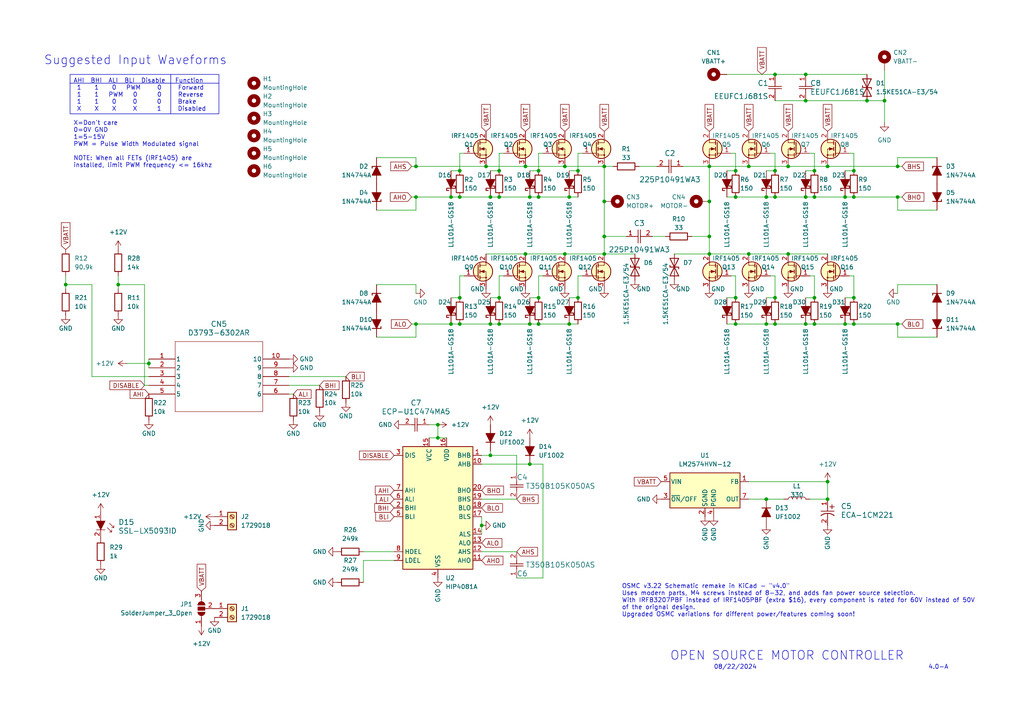
<source format=kicad_sch>
(kicad_sch (version 20230121) (generator eeschema)

  (uuid f7b069f9-0ad6-460f-8c2a-e4b85d53f6b2)

  (paper "A4")

  

  (junction (at 213.36 57.15) (diameter 0) (color 0 0 0 0)
    (uuid 025acf14-32e1-415f-a664-8c97472a6cdd)
  )
  (junction (at 228.6 73.66) (diameter 0) (color 0 0 0 0)
    (uuid 02704675-5ca6-4719-85f2-24c0eafabb38)
  )
  (junction (at 233.68 21.59) (diameter 0) (color 0 0 0 0)
    (uuid 06607565-3bf9-4a59-80d9-1f8bea1e22ab)
  )
  (junction (at 236.22 57.15) (diameter 0) (color 0 0 0 0)
    (uuid 11661071-a0b8-46b3-978b-5ce8838cf803)
  )
  (junction (at 152.4 48.26) (diameter 0) (color 0 0 0 0)
    (uuid 12bc48d4-7d99-4458-85fc-00bdcb3d1ce2)
  )
  (junction (at 140.97 48.26) (diameter 0) (color 0 0 0 0)
    (uuid 13a58cb2-5aa7-43b7-9e5e-b0347081c0a5)
  )
  (junction (at 240.03 139.7) (diameter 0) (color 0 0 0 0)
    (uuid 13f40af4-ba66-488d-8df3-97e11de332fb)
  )
  (junction (at 245.11 57.15) (diameter 0) (color 0 0 0 0)
    (uuid 1fa202ee-3c2f-467e-ae1d-c2c962d563e7)
  )
  (junction (at 233.68 29.21) (diameter 0) (color 0 0 0 0)
    (uuid 201f1ca0-16c0-4355-8f24-d884c67d9d80)
  )
  (junction (at 213.36 49.53) (diameter 0) (color 0 0 0 0)
    (uuid 206dae87-d5c3-4ee2-a7c2-323b40824a05)
  )
  (junction (at 175.26 73.66) (diameter 0) (color 0 0 0 0)
    (uuid 258727ea-eb35-4ed6-91b9-c1055f5ba3fd)
  )
  (junction (at 34.29 82.55) (diameter 0) (color 0 0 0 0)
    (uuid 27826f3e-520f-4ca0-8f7e-635023c40d0c)
  )
  (junction (at 260.35 93.98) (diameter 0) (color 0 0 0 0)
    (uuid 27acec3f-4a8a-4c6a-95cc-70c659e83740)
  )
  (junction (at 130.81 57.15) (diameter 0) (color 0 0 0 0)
    (uuid 2ed55068-9b66-41f5-ae5c-dda30c9be3c4)
  )
  (junction (at 133.35 49.53) (diameter 0) (color 0 0 0 0)
    (uuid 3569dc3d-aef7-45d7-b95b-96d2f0111f45)
  )
  (junction (at 167.64 49.53) (diameter 0) (color 0 0 0 0)
    (uuid 3a77d92e-166a-4b6f-963e-094e186a0e0e)
  )
  (junction (at 205.74 68.58) (diameter 0) (color 0 0 0 0)
    (uuid 3bc3a46e-8528-41ae-8e44-171d7ea60576)
  )
  (junction (at 127 127) (diameter 0) (color 0 0 0 0)
    (uuid 43333256-67bb-4253-9bd9-cd6c52ecafee)
  )
  (junction (at 205.74 73.66) (diameter 0) (color 0 0 0 0)
    (uuid 4923e46e-a959-4c5d-805a-79a3aaffff3e)
  )
  (junction (at 175.26 48.26) (diameter 0) (color 0 0 0 0)
    (uuid 4abe186b-b1a5-405e-b226-1ee40bda55bd)
  )
  (junction (at 224.79 86.36) (diameter 0) (color 0 0 0 0)
    (uuid 55c6972e-206a-4f04-9292-b24bb285a4ac)
  )
  (junction (at 247.65 57.15) (diameter 0) (color 0 0 0 0)
    (uuid 57577724-a0dd-4b2a-8193-2e21b7e5bddd)
  )
  (junction (at 153.67 134.62) (diameter 0) (color 0 0 0 0)
    (uuid 5bcf41ba-0ee0-4ae3-a2a8-905d0a9e2465)
  )
  (junction (at 236.22 86.36) (diameter 0) (color 0 0 0 0)
    (uuid 5f85a2e5-38a0-4fc7-8d79-1f066c63b671)
  )
  (junction (at 247.65 86.36) (diameter 0) (color 0 0 0 0)
    (uuid 604f6250-c415-4e7c-b3ce-fbc0fa3a7840)
  )
  (junction (at 217.17 48.26) (diameter 0) (color 0 0 0 0)
    (uuid 607942f0-61e1-4c50-9dbc-7f5d20fd9fad)
  )
  (junction (at 144.78 86.36) (diameter 0) (color 0 0 0 0)
    (uuid 6395dd2e-775f-4d49-968f-e6a6722c2bcb)
  )
  (junction (at 251.46 29.21) (diameter 0) (color 0 0 0 0)
    (uuid 67428f38-8b6c-453a-8e38-a96466f295f3)
  )
  (junction (at 165.1 57.15) (diameter 0) (color 0 0 0 0)
    (uuid 6750bc75-bc4f-4641-a2b8-013bef48dc88)
  )
  (junction (at 144.78 49.53) (diameter 0) (color 0 0 0 0)
    (uuid 67b4cc44-a73a-46fe-a2be-f8f3bbb45e48)
  )
  (junction (at 213.36 86.36) (diameter 0) (color 0 0 0 0)
    (uuid 683cbf74-d02d-49c0-824a-ada4e2c37d9a)
  )
  (junction (at 156.21 49.53) (diameter 0) (color 0 0 0 0)
    (uuid 68550db4-dd13-48dc-961b-54a3af69fa04)
  )
  (junction (at 224.79 21.59) (diameter 0) (color 0 0 0 0)
    (uuid 6ceccaac-be94-4a60-9aaa-310d7b3a4e96)
  )
  (junction (at 133.35 93.98) (diameter 0) (color 0 0 0 0)
    (uuid 70e8f257-6770-478c-a3fc-9dbcbbd90baf)
  )
  (junction (at 152.4 73.66) (diameter 0) (color 0 0 0 0)
    (uuid 74a52190-aa12-4674-ab09-b37f75f5cf55)
  )
  (junction (at 217.17 73.66) (diameter 0) (color 0 0 0 0)
    (uuid 76b895c0-45fa-41af-a300-ad24ab208e70)
  )
  (junction (at 167.64 86.36) (diameter 0) (color 0 0 0 0)
    (uuid 782e2fff-bc14-49d3-9c42-8b93ec64003d)
  )
  (junction (at 222.25 144.78) (diameter 0) (color 0 0 0 0)
    (uuid 7901b0a4-c91b-402e-a74a-6618170db2fb)
  )
  (junction (at 142.24 93.98) (diameter 0) (color 0 0 0 0)
    (uuid 7bce1f3c-b46e-4793-abb5-f866c8f05381)
  )
  (junction (at 163.83 73.66) (diameter 0) (color 0 0 0 0)
    (uuid 7c648206-50f8-4a18-adb2-be2662a5be2b)
  )
  (junction (at 175.26 68.58) (diameter 0) (color 0 0 0 0)
    (uuid 7d68ddba-e449-4e09-b779-0afef92ded2d)
  )
  (junction (at 233.68 93.98) (diameter 0) (color 0 0 0 0)
    (uuid 807e80fd-676b-457c-9a9c-314faa37d5ae)
  )
  (junction (at 213.36 93.98) (diameter 0) (color 0 0 0 0)
    (uuid 812e6141-aa63-42d5-b578-ac45bfcf9a02)
  )
  (junction (at 156.21 93.98) (diameter 0) (color 0 0 0 0)
    (uuid 870bb29f-4f1d-43c4-9993-961c7b17a82c)
  )
  (junction (at 153.67 57.15) (diameter 0) (color 0 0 0 0)
    (uuid 8b7686ad-4f4b-4d1b-9383-63f51411205c)
  )
  (junction (at 139.7 152.4) (diameter 0) (color 0 0 0 0)
    (uuid 8dbc46da-09fd-4d0d-b0e8-0bae76d8006a)
  )
  (junction (at 163.83 48.26) (diameter 0) (color 0 0 0 0)
    (uuid 906bd40b-17e3-4ce2-a20b-36ee645f9d60)
  )
  (junction (at 133.35 86.36) (diameter 0) (color 0 0 0 0)
    (uuid 93e5087d-6da0-430a-80da-73d7146e2ba4)
  )
  (junction (at 224.79 49.53) (diameter 0) (color 0 0 0 0)
    (uuid 94dbc3ca-7a60-496d-94a1-3a282e7ec11b)
  )
  (junction (at 224.79 57.15) (diameter 0) (color 0 0 0 0)
    (uuid 965c2c72-4ddd-4acc-97ca-afb62ddd2143)
  )
  (junction (at 144.78 93.98) (diameter 0) (color 0 0 0 0)
    (uuid 97952e0d-5b87-4ca5-9948-8c746e052915)
  )
  (junction (at 156.21 57.15) (diameter 0) (color 0 0 0 0)
    (uuid 9882e08c-8780-4beb-b1f2-83942322437e)
  )
  (junction (at 153.67 93.98) (diameter 0) (color 0 0 0 0)
    (uuid 990db89f-808f-4ba0-8aef-02cf23197d83)
  )
  (junction (at 222.25 57.15) (diameter 0) (color 0 0 0 0)
    (uuid a39eac20-1a76-4822-80cd-3cd8477b929c)
  )
  (junction (at 130.81 93.98) (diameter 0) (color 0 0 0 0)
    (uuid aa776aef-8d8f-4866-bd34-8ab546ebf556)
  )
  (junction (at 236.22 49.53) (diameter 0) (color 0 0 0 0)
    (uuid aaf30f4f-d54a-4e62-8f7c-7c83604fc847)
  )
  (junction (at 142.24 132.08) (diameter 0) (color 0 0 0 0)
    (uuid aca2e16e-4cef-4ce1-8584-ebc699b656b2)
  )
  (junction (at 247.65 49.53) (diameter 0) (color 0 0 0 0)
    (uuid ad8eeafe-1da6-4a27-9cc3-64f134aa8a6b)
  )
  (junction (at 222.25 93.98) (diameter 0) (color 0 0 0 0)
    (uuid aee432ef-20eb-463d-8b6c-06b7fc83ab77)
  )
  (junction (at 120.65 93.98) (diameter 0) (color 0 0 0 0)
    (uuid af557a93-053c-43ad-bdad-f9dabbcb6300)
  )
  (junction (at 144.78 57.15) (diameter 0) (color 0 0 0 0)
    (uuid b0ccb202-5dff-4a03-bb96-453f9f2b79f3)
  )
  (junction (at 228.6 48.26) (diameter 0) (color 0 0 0 0)
    (uuid b731b126-460c-4cc7-ab61-335e59451fde)
  )
  (junction (at 127 123.19) (diameter 0) (color 0 0 0 0)
    (uuid bc856460-244c-4d3f-b9c4-94627fe9ada9)
  )
  (junction (at 205.74 58.42) (diameter 0) (color 0 0 0 0)
    (uuid bcec1be8-5b72-475d-83b2-808bd50d5082)
  )
  (junction (at 224.79 93.98) (diameter 0) (color 0 0 0 0)
    (uuid be70a144-bd09-4acb-9a2e-f506d1554664)
  )
  (junction (at 142.24 57.15) (diameter 0) (color 0 0 0 0)
    (uuid c129793c-4e0f-4203-ad86-d705c91f437b)
  )
  (junction (at 256.54 29.21) (diameter 0) (color 0 0 0 0)
    (uuid c4a8f3d2-afe8-4dc7-85a4-d47567ce4802)
  )
  (junction (at 165.1 93.98) (diameter 0) (color 0 0 0 0)
    (uuid c5cb8ad2-7700-4fe8-b0e2-5370e6838ee5)
  )
  (junction (at 19.05 82.55) (diameter 0) (color 0 0 0 0)
    (uuid c7273e3d-f064-4ea1-baed-8199f9874cec)
  )
  (junction (at 240.03 144.78) (diameter 0) (color 0 0 0 0)
    (uuid cbad67db-81b3-4735-b187-6fae3004e6d2)
  )
  (junction (at 120.65 48.26) (diameter 0) (color 0 0 0 0)
    (uuid d371e6f3-5171-4621-a424-aa6c8b389ab5)
  )
  (junction (at 260.35 48.26) (diameter 0) (color 0 0 0 0)
    (uuid d4d8c505-573c-4e6b-a2a8-e094f40dae1d)
  )
  (junction (at 240.03 48.26) (diameter 0) (color 0 0 0 0)
    (uuid d62192e0-08e2-4d07-9189-4f529b589967)
  )
  (junction (at 133.35 57.15) (diameter 0) (color 0 0 0 0)
    (uuid d9311b0a-9cb2-4087-b687-4e149890343c)
  )
  (junction (at 260.35 57.15) (diameter 0) (color 0 0 0 0)
    (uuid d9dbbf84-ac2a-42d0-8fac-fe44384b65c0)
  )
  (junction (at 43.18 105.41) (diameter 0) (color 0 0 0 0)
    (uuid db204eb3-e334-4c9e-8f62-e44d025028cd)
  )
  (junction (at 247.65 93.98) (diameter 0) (color 0 0 0 0)
    (uuid dcee8edb-46a3-4152-b567-edaea9a0ae55)
  )
  (junction (at 245.11 93.98) (diameter 0) (color 0 0 0 0)
    (uuid df702185-ec52-4023-9455-e8484239bc67)
  )
  (junction (at 205.74 48.26) (diameter 0) (color 0 0 0 0)
    (uuid e72f3c52-4cf0-424c-904b-e8a71d5c218f)
  )
  (junction (at 233.68 57.15) (diameter 0) (color 0 0 0 0)
    (uuid e7632a08-862c-456b-b0be-23f3bbd673ad)
  )
  (junction (at 120.65 57.15) (diameter 0) (color 0 0 0 0)
    (uuid f1c77e3e-e5bf-4c8a-a000-8b9796eaf773)
  )
  (junction (at 175.26 58.42) (diameter 0) (color 0 0 0 0)
    (uuid fd5932aa-33c0-4b88-b069-bf3cf1b91a84)
  )
  (junction (at 156.21 86.36) (diameter 0) (color 0 0 0 0)
    (uuid ff0c83b0-e0fa-48eb-9d7d-4d0845161842)
  )
  (junction (at 236.22 93.98) (diameter 0) (color 0 0 0 0)
    (uuid ffcab709-1562-45a8-acfa-f9ae491297e6)
  )

  (wire (pts (xy 198.12 48.26) (xy 205.74 48.26))
    (stroke (width 0) (type default))
    (uuid 010cc39f-ae2b-4595-9666-d717e5677a57)
  )
  (wire (pts (xy 222.25 49.53) (xy 224.79 49.53))
    (stroke (width 0) (type default))
    (uuid 021e64e8-b466-487d-a327-e9cc24724d38)
  )
  (wire (pts (xy 120.65 45.72) (xy 120.65 48.26))
    (stroke (width 0) (type default))
    (uuid 025866cf-3998-4e00-bdf6-2be24dcabc2a)
  )
  (wire (pts (xy 142.24 57.15) (xy 144.78 57.15))
    (stroke (width 0) (type default))
    (uuid 028f01e3-33c5-4807-8669-6384e71e19ae)
  )
  (wire (pts (xy 133.35 44.45) (xy 133.35 49.53))
    (stroke (width 0) (type default))
    (uuid 02bcea26-70b7-4642-ab4b-3604f380e6fa)
  )
  (wire (pts (xy 224.79 93.98) (xy 233.68 93.98))
    (stroke (width 0) (type default))
    (uuid 02c2add2-17f4-41ac-8e57-b9675721f000)
  )
  (wire (pts (xy 149.86 144.78) (xy 139.7 144.78))
    (stroke (width 0) (type default))
    (uuid 07ed14e2-434d-4350-af89-d572d615ad6a)
  )
  (wire (pts (xy 157.48 134.62) (xy 157.48 167.64))
    (stroke (width 0) (type default))
    (uuid 08c4990f-878c-4c07-8e25-76357557d3e4)
  )
  (wire (pts (xy 163.83 73.66) (xy 175.26 73.66))
    (stroke (width 0) (type default))
    (uuid 09c83a13-b542-4816-8ad9-465b8afe9f1c)
  )
  (wire (pts (xy 120.65 48.26) (xy 140.97 48.26))
    (stroke (width 0) (type default))
    (uuid 0a0183e5-9203-40e4-95e7-7f8ca68271cc)
  )
  (wire (pts (xy 213.36 57.15) (xy 222.25 57.15))
    (stroke (width 0) (type default))
    (uuid 0a4ca37e-9f39-4765-b8e2-a00fb962c6af)
  )
  (wire (pts (xy 175.26 58.42) (xy 175.26 68.58))
    (stroke (width 0) (type default))
    (uuid 0a7f5e29-8138-42cd-8b6e-86ea56b137dd)
  )
  (wire (pts (xy 205.74 73.66) (xy 217.17 73.66))
    (stroke (width 0) (type default))
    (uuid 0b3c8ef4-5c73-4d29-8350-4e7f819ab04a)
  )
  (wire (pts (xy 144.78 80.01) (xy 144.78 86.36))
    (stroke (width 0) (type default))
    (uuid 0e5f0b78-ee55-4316-b27a-63f5467b70e2)
  )
  (wire (pts (xy 127 127) (xy 129.54 127))
    (stroke (width 0) (type default))
    (uuid 0ebbf43a-fb74-4b78-b489-4a0afe58ff4a)
  )
  (wire (pts (xy 83.82 109.22) (xy 100.33 109.22))
    (stroke (width 0) (type default))
    (uuid 11642141-fd9d-4a88-b1b8-2ae81e3b06c1)
  )
  (wire (pts (xy 224.79 21.59) (xy 233.68 21.59))
    (stroke (width 0) (type default))
    (uuid 11b8d980-09ab-47b9-b1ca-cbe674bf0cad)
  )
  (wire (pts (xy 222.25 144.78) (xy 227.33 144.78))
    (stroke (width 0) (type default))
    (uuid 129b7516-1203-4d7f-8bbe-6266e97a4adb)
  )
  (wire (pts (xy 133.35 80.01) (xy 133.35 86.36))
    (stroke (width 0) (type default))
    (uuid 12d6d67c-fde5-42fa-a86c-2d0aa7956fcf)
  )
  (wire (pts (xy 210.82 93.98) (xy 213.36 93.98))
    (stroke (width 0) (type default))
    (uuid 12e6275d-d25c-4f9c-8484-a62b9714b5e2)
  )
  (wire (pts (xy 256.54 29.21) (xy 256.54 20.32))
    (stroke (width 0) (type default))
    (uuid 14a1d62a-79e2-49ae-a2d2-324d3d86b5c6)
  )
  (wire (pts (xy 245.11 49.53) (xy 247.65 49.53))
    (stroke (width 0) (type default))
    (uuid 14bf6fc8-391d-49f7-bd03-cbf0cf595911)
  )
  (wire (pts (xy 228.6 48.26) (xy 240.03 48.26))
    (stroke (width 0) (type default))
    (uuid 198ccd09-8a0f-44fe-9a78-82fc3a4f8214)
  )
  (wire (pts (xy 109.22 97.79) (xy 120.65 97.79))
    (stroke (width 0) (type default))
    (uuid 1b1d085e-9a71-4ea7-87d6-da530ad1c6d6)
  )
  (wire (pts (xy 185.42 48.26) (xy 190.5 48.26))
    (stroke (width 0) (type default))
    (uuid 1d8fec0b-8b15-4286-80c2-6300fd17f210)
  )
  (wire (pts (xy 133.35 93.98) (xy 142.24 93.98))
    (stroke (width 0) (type default))
    (uuid 1e8e59fd-e881-4460-86f3-037fd4b47ba8)
  )
  (wire (pts (xy 124.46 127) (xy 127 127))
    (stroke (width 0) (type default))
    (uuid 211093f7-0e83-4410-a6a0-c6f59cc0b22c)
  )
  (wire (pts (xy 153.67 57.15) (xy 156.21 57.15))
    (stroke (width 0) (type default))
    (uuid 22c9edbb-e996-45fd-889b-d69649d484ae)
  )
  (wire (pts (xy 139.7 134.62) (xy 153.67 134.62))
    (stroke (width 0) (type default))
    (uuid 22f3a632-2c7e-44e0-a702-300d3efbeb52)
  )
  (wire (pts (xy 19.05 82.55) (xy 19.05 83.82))
    (stroke (width 0) (type default))
    (uuid 22f8458c-172e-4d85-bcf7-09f29e7d32c3)
  )
  (wire (pts (xy 217.17 144.78) (xy 222.25 144.78))
    (stroke (width 0) (type default))
    (uuid 23597f57-a141-45bb-bf3f-20e8bce164d6)
  )
  (wire (pts (xy 156.21 44.45) (xy 156.21 49.53))
    (stroke (width 0) (type default))
    (uuid 239640ee-9982-4f05-88af-a362f96d0b49)
  )
  (wire (pts (xy 210.82 49.53) (xy 213.36 49.53))
    (stroke (width 0) (type default))
    (uuid 262dd982-5b7a-4e47-93d5-ef00ad80c4a2)
  )
  (wire (pts (xy 213.36 93.98) (xy 222.25 93.98))
    (stroke (width 0) (type default))
    (uuid 26cf2e9c-7932-4628-aac4-7f3e67de6d42)
  )
  (wire (pts (xy 247.65 44.45) (xy 247.65 49.53))
    (stroke (width 0) (type default))
    (uuid 2af32047-303b-4b75-9d72-37f389f26a71)
  )
  (wire (pts (xy 152.4 73.66) (xy 163.83 73.66))
    (stroke (width 0) (type default))
    (uuid 2b153614-a26c-430e-be5c-f2227f759ca5)
  )
  (wire (pts (xy 233.68 29.21) (xy 251.46 29.21))
    (stroke (width 0) (type default))
    (uuid 2c7774ec-d847-40af-9f87-daacda6a6a25)
  )
  (wire (pts (xy 271.78 45.72) (xy 260.35 45.72))
    (stroke (width 0) (type default))
    (uuid 2ddc569f-2f9a-4caf-8985-ce28630b5739)
  )
  (wire (pts (xy 130.81 49.53) (xy 133.35 49.53))
    (stroke (width 0) (type default))
    (uuid 2f8ba521-49de-4bab-b1ee-d50f060e9d1f)
  )
  (wire (pts (xy 233.68 49.53) (xy 236.22 49.53))
    (stroke (width 0) (type default))
    (uuid 2fa1eb96-f2c8-4c19-a925-bd5141346714)
  )
  (wire (pts (xy 210.82 21.59) (xy 224.79 21.59))
    (stroke (width 0) (type default))
    (uuid 3031836a-f30d-4977-afa0-a1daca7ada7f)
  )
  (wire (pts (xy 139.7 160.02) (xy 149.86 160.02))
    (stroke (width 0) (type default))
    (uuid 3032ea66-3ec0-4b8d-8986-d0a2fb2cdaf4)
  )
  (wire (pts (xy 130.81 86.36) (xy 133.35 86.36))
    (stroke (width 0) (type default))
    (uuid 3053c074-d497-4dc8-93fb-5d1055d09d69)
  )
  (wire (pts (xy 120.65 60.96) (xy 120.65 57.15))
    (stroke (width 0) (type default))
    (uuid 332520ea-4df3-475f-b85c-5e8275013457)
  )
  (wire (pts (xy 240.03 144.78) (xy 240.03 139.7))
    (stroke (width 0) (type default))
    (uuid 34658301-3404-4e22-a63f-260f861370c1)
  )
  (wire (pts (xy 260.35 57.15) (xy 261.62 57.15))
    (stroke (width 0) (type default))
    (uuid 3613e393-ef2b-4520-bd9c-9185f79bc088)
  )
  (wire (pts (xy 109.22 45.72) (xy 120.65 45.72))
    (stroke (width 0) (type default))
    (uuid 37c9fbbd-29f0-471c-8872-e7a0ba39914d)
  )
  (wire (pts (xy 175.26 68.58) (xy 175.26 73.66))
    (stroke (width 0) (type default))
    (uuid 39635b7b-4848-4442-a804-566a546f95a6)
  )
  (wire (pts (xy 217.17 73.66) (xy 228.6 73.66))
    (stroke (width 0) (type default))
    (uuid 3a0e46d0-ba9d-48e6-8ab0-19fa44a153fd)
  )
  (wire (pts (xy 34.29 82.55) (xy 34.29 83.82))
    (stroke (width 0) (type default))
    (uuid 3bf7547b-8b99-4d0e-a49c-4234c7fe2b36)
  )
  (wire (pts (xy 167.64 44.45) (xy 167.64 49.53))
    (stroke (width 0) (type default))
    (uuid 3db56e52-26ea-45a6-9659-ec81bbf154c3)
  )
  (wire (pts (xy 213.36 80.01) (xy 213.36 86.36))
    (stroke (width 0) (type default))
    (uuid 3e90f2af-d1f5-4ac4-99cb-5d7c582c930c)
  )
  (wire (pts (xy 19.05 80.01) (xy 19.05 82.55))
    (stroke (width 0) (type default))
    (uuid 3eda099b-0a8a-4984-b4c7-2bcfd9a99343)
  )
  (wire (pts (xy 144.78 57.15) (xy 153.67 57.15))
    (stroke (width 0) (type default))
    (uuid 441b0a15-3b9b-4f9f-becb-7a1c1fdb3430)
  )
  (wire (pts (xy 175.26 48.26) (xy 177.8 48.26))
    (stroke (width 0) (type default))
    (uuid 44fc28b4-48c4-438f-be96-36b0046af272)
  )
  (wire (pts (xy 245.11 57.15) (xy 247.65 57.15))
    (stroke (width 0) (type default))
    (uuid 47e3ea88-798a-49d0-acd0-9a0aaadb17c9)
  )
  (wire (pts (xy 119.38 93.98) (xy 120.65 93.98))
    (stroke (width 0) (type default))
    (uuid 4a3b0134-1d13-4b4c-a80e-8fd90b670972)
  )
  (wire (pts (xy 43.18 105.41) (xy 43.18 106.68))
    (stroke (width 0) (type default))
    (uuid 4f2950a5-8b5e-4904-a039-c91ce4d81fa6)
  )
  (wire (pts (xy 34.29 82.55) (xy 41.91 82.55))
    (stroke (width 0) (type default))
    (uuid 50c0ddf6-cfbf-420c-b735-5beae33a08d4)
  )
  (wire (pts (xy 34.29 80.01) (xy 34.29 82.55))
    (stroke (width 0) (type default))
    (uuid 5284519d-a1ca-406b-814a-2ddba2d366cb)
  )
  (wire (pts (xy 167.64 80.01) (xy 167.64 86.36))
    (stroke (width 0) (type default))
    (uuid 542cf0a3-b197-49ca-b1c4-e5dd8798481b)
  )
  (wire (pts (xy 205.74 68.58) (xy 205.74 73.66))
    (stroke (width 0) (type default))
    (uuid 559d2474-150e-4bdc-98e7-b996ed1e304b)
  )
  (wire (pts (xy 140.97 73.66) (xy 152.4 73.66))
    (stroke (width 0) (type default))
    (uuid 565e974a-2e8e-4f81-a500-72abc4a11ac7)
  )
  (wire (pts (xy 41.91 111.76) (xy 43.18 111.76))
    (stroke (width 0) (type default))
    (uuid 575c6b6d-4baa-49ca-a3ef-6fb828de2422)
  )
  (wire (pts (xy 139.7 152.4) (xy 139.7 154.94))
    (stroke (width 0) (type default))
    (uuid 5bc1ff1f-4f8e-4010-9cfd-14d0d6f5d3f4)
  )
  (wire (pts (xy 168.91 44.45) (xy 167.64 44.45))
    (stroke (width 0) (type default))
    (uuid 5c702e8a-cb2f-47fb-b41b-7365b9dfd3e2)
  )
  (wire (pts (xy 139.7 149.86) (xy 139.7 152.4))
    (stroke (width 0) (type default))
    (uuid 5c89a1f6-a336-4540-b875-7cd3e4607ac5)
  )
  (wire (pts (xy 205.74 68.58) (xy 205.74 58.42))
    (stroke (width 0) (type default))
    (uuid 5e7cb83d-5d49-4c73-acbd-db32c5ab26af)
  )
  (wire (pts (xy 144.78 93.98) (xy 153.67 93.98))
    (stroke (width 0) (type default))
    (uuid 5f16d1e8-3367-47a0-b3df-a7f2cef4613d)
  )
  (wire (pts (xy 233.68 86.36) (xy 236.22 86.36))
    (stroke (width 0) (type default))
    (uuid 602555d4-16dd-4f92-8ce0-7e1f97e2b7c4)
  )
  (wire (pts (xy 224.79 29.21) (xy 233.68 29.21))
    (stroke (width 0) (type default))
    (uuid 6259fc0e-e72e-46da-97d2-a391480e760c)
  )
  (wire (pts (xy 260.35 60.96) (xy 271.78 60.96))
    (stroke (width 0) (type default))
    (uuid 66133128-d1b3-4035-ad48-6a93fdac5b66)
  )
  (wire (pts (xy 213.36 44.45) (xy 213.36 49.53))
    (stroke (width 0) (type default))
    (uuid 68794e08-1f2b-4d4a-9acd-a134f0adb613)
  )
  (wire (pts (xy 119.38 48.26) (xy 120.65 48.26))
    (stroke (width 0) (type default))
    (uuid 69e1e9f3-4526-439c-a481-fbab5131f736)
  )
  (wire (pts (xy 168.91 80.01) (xy 167.64 80.01))
    (stroke (width 0) (type default))
    (uuid 6a116300-5cab-4e22-8a3e-c338cf5f50d7)
  )
  (wire (pts (xy 222.25 93.98) (xy 224.79 93.98))
    (stroke (width 0) (type default))
    (uuid 6adacc73-1e50-4236-bb7e-eed0528716f3)
  )
  (wire (pts (xy 175.26 68.58) (xy 181.61 68.58))
    (stroke (width 0) (type default))
    (uuid 6c450324-6963-4741-9731-4662271b15f9)
  )
  (wire (pts (xy 234.95 80.01) (xy 236.22 80.01))
    (stroke (width 0) (type default))
    (uuid 6c4af037-e891-46df-b636-88050945af1b)
  )
  (wire (pts (xy 260.35 93.98) (xy 260.35 97.79))
    (stroke (width 0) (type default))
    (uuid 6cfe5845-1281-4b9d-a987-f89edc5ba9fa)
  )
  (wire (pts (xy 236.22 44.45) (xy 236.22 49.53))
    (stroke (width 0) (type default))
    (uuid 6e0525ee-da69-4710-8c2d-8c0a9b5e9ead)
  )
  (wire (pts (xy 43.18 104.14) (xy 43.18 105.41))
    (stroke (width 0) (type default))
    (uuid 70254696-4c47-4497-983e-b33dbae53df6)
  )
  (wire (pts (xy 236.22 93.98) (xy 245.11 93.98))
    (stroke (width 0) (type default))
    (uuid 741410b5-31b5-49cf-a5d0-decfb48f2ded)
  )
  (wire (pts (xy 175.26 73.66) (xy 184.15 73.66))
    (stroke (width 0) (type default))
    (uuid 7621fd19-d9d7-43ed-9fe3-041151fdd034)
  )
  (wire (pts (xy 133.35 57.15) (xy 142.24 57.15))
    (stroke (width 0) (type default))
    (uuid 77f41ba0-b1e5-4f18-bad3-43a2b20f5d68)
  )
  (wire (pts (xy 120.65 57.15) (xy 130.81 57.15))
    (stroke (width 0) (type default))
    (uuid 7826e336-63c2-4224-b6b7-03908cb9c2f9)
  )
  (wire (pts (xy 19.05 82.55) (xy 26.67 82.55))
    (stroke (width 0) (type default))
    (uuid 79459752-c774-4c6d-ae49-bc57797eee42)
  )
  (wire (pts (xy 41.91 82.55) (xy 41.91 111.76))
    (stroke (width 0) (type default))
    (uuid 7b027871-a69c-41cb-8dbf-e2aab6e8c4b1)
  )
  (wire (pts (xy 144.78 44.45) (xy 144.78 49.53))
    (stroke (width 0) (type default))
    (uuid 7da75969-a501-4491-b717-7eecae18b50e)
  )
  (wire (pts (xy 175.26 48.26) (xy 175.26 58.42))
    (stroke (width 0) (type default))
    (uuid 7f2fd456-43e3-4acf-b35b-369773e70982)
  )
  (wire (pts (xy 222.25 57.15) (xy 224.79 57.15))
    (stroke (width 0) (type default))
    (uuid 7f3c6e1a-9673-4686-8376-9975fb9210ce)
  )
  (wire (pts (xy 153.67 86.36) (xy 156.21 86.36))
    (stroke (width 0) (type default))
    (uuid 804b49e1-e64f-4205-b9aa-85015f4c69a1)
  )
  (wire (pts (xy 260.35 48.26) (xy 240.03 48.26))
    (stroke (width 0) (type default))
    (uuid 833d8c75-98d4-48b2-a7c8-8b096ed1d164)
  )
  (wire (pts (xy 157.48 44.45) (xy 156.21 44.45))
    (stroke (width 0) (type default))
    (uuid 8513bac6-12f6-4dd6-b275-9657fda0d7eb)
  )
  (wire (pts (xy 224.79 57.15) (xy 233.68 57.15))
    (stroke (width 0) (type default))
    (uuid 86f8981d-efd6-49b6-af5d-464d12c32b2c)
  )
  (wire (pts (xy 114.3 162.56) (xy 105.41 162.56))
    (stroke (width 0) (type default))
    (uuid 88367d5f-bb6e-4e77-87b4-87cfe703da6b)
  )
  (wire (pts (xy 142.24 130.81) (xy 142.24 132.08))
    (stroke (width 0) (type default))
    (uuid 89ed9454-cde9-44ab-ac79-d3ef39edd34b)
  )
  (wire (pts (xy 260.35 93.98) (xy 261.62 93.98))
    (stroke (width 0) (type default))
    (uuid 8af7d76d-0393-4dac-ac49-7406ea367e3e)
  )
  (wire (pts (xy 163.83 48.26) (xy 175.26 48.26))
    (stroke (width 0) (type default))
    (uuid 8c2670ea-2ad3-4117-85c1-ad898571b966)
  )
  (wire (pts (xy 205.74 48.26) (xy 217.17 48.26))
    (stroke (width 0) (type default))
    (uuid 8c76b99a-1c1b-4b0b-a592-7affee7f743b)
  )
  (wire (pts (xy 156.21 80.01) (xy 156.21 86.36))
    (stroke (width 0) (type default))
    (uuid 8c8a46e3-d8fc-4e3e-aac8-267854d174e7)
  )
  (wire (pts (xy 228.6 73.66) (xy 240.03 73.66))
    (stroke (width 0) (type default))
    (uuid 8dcbad67-0f10-47c9-a3dc-4287a3e0e02a)
  )
  (wire (pts (xy 260.35 57.15) (xy 260.35 60.96))
    (stroke (width 0) (type default))
    (uuid 8dfdad0c-f6b0-496e-bf0b-70ea67ec0ba1)
  )
  (wire (pts (xy 140.97 48.26) (xy 152.4 48.26))
    (stroke (width 0) (type default))
    (uuid 8e32d773-6516-45b8-8269-dd508c10236a)
  )
  (wire (pts (xy 153.67 49.53) (xy 156.21 49.53))
    (stroke (width 0) (type default))
    (uuid 8fd1624f-8183-41ab-9073-3fdcd1aaedbb)
  )
  (wire (pts (xy 236.22 80.01) (xy 236.22 86.36))
    (stroke (width 0) (type default))
    (uuid 8ffad921-b141-4209-9690-2ef120e0d6ed)
  )
  (wire (pts (xy 260.35 45.72) (xy 260.35 48.26))
    (stroke (width 0) (type default))
    (uuid 90fdf039-51b1-4dc7-acce-99ae3c394c29)
  )
  (wire (pts (xy 130.81 93.98) (xy 133.35 93.98))
    (stroke (width 0) (type default))
    (uuid 937ac4e6-ca6e-4919-aefb-78811a2f702b)
  )
  (wire (pts (xy 146.05 80.01) (xy 144.78 80.01))
    (stroke (width 0) (type default))
    (uuid 93fe7a1e-f82d-4519-8ef7-0df048eb568d)
  )
  (wire (pts (xy 142.24 86.36) (xy 144.78 86.36))
    (stroke (width 0) (type default))
    (uuid 94005f45-1ceb-4a13-89e6-9b26e48721ad)
  )
  (wire (pts (xy 105.41 160.02) (xy 114.3 160.02))
    (stroke (width 0) (type default))
    (uuid 951336c6-0114-41b5-ac8c-7a4b70a19502)
  )
  (wire (pts (xy 153.67 93.98) (xy 156.21 93.98))
    (stroke (width 0) (type default))
    (uuid 95c1141c-8480-4fea-a52c-6fec767777f8)
  )
  (wire (pts (xy 156.21 57.15) (xy 165.1 57.15))
    (stroke (width 0) (type default))
    (uuid 96ddc2da-1823-4734-a37b-4014876ea0cd)
  )
  (wire (pts (xy 36.83 105.41) (xy 43.18 105.41))
    (stroke (width 0) (type default))
    (uuid 97a0fb5b-a002-4f28-8539-9129c7b970c3)
  )
  (wire (pts (xy 105.41 162.56) (xy 105.41 168.91))
    (stroke (width 0) (type default))
    (uuid 988450a8-3dd2-4734-876d-a8a8732a0d5c)
  )
  (wire (pts (xy 142.24 93.98) (xy 144.78 93.98))
    (stroke (width 0) (type default))
    (uuid 9a235fe6-00cd-4ef8-be0c-2cb411c70295)
  )
  (wire (pts (xy 210.82 57.15) (xy 213.36 57.15))
    (stroke (width 0) (type default))
    (uuid 9e47e6a1-6e28-458a-927e-af9b1e6ac754)
  )
  (wire (pts (xy 200.66 68.58) (xy 205.74 68.58))
    (stroke (width 0) (type default))
    (uuid a01e9c86-b06a-4cd3-81aa-ca2171b587c5)
  )
  (wire (pts (xy 247.65 80.01) (xy 247.65 86.36))
    (stroke (width 0) (type default))
    (uuid a0d40fa7-3280-46e7-b898-3645cc0e4129)
  )
  (wire (pts (xy 234.95 144.78) (xy 240.03 144.78))
    (stroke (width 0) (type default))
    (uuid ab30dfa6-df20-4ba0-888b-4c37fd58b536)
  )
  (wire (pts (xy 193.04 68.58) (xy 189.23 68.58))
    (stroke (width 0) (type default))
    (uuid ab469b24-a13e-499c-8100-89221fd9ac8d)
  )
  (wire (pts (xy 271.78 82.55) (xy 260.35 82.55))
    (stroke (width 0) (type default))
    (uuid abf7a5b9-bc58-44ce-87ae-405dc6a9f107)
  )
  (wire (pts (xy 142.24 49.53) (xy 144.78 49.53))
    (stroke (width 0) (type default))
    (uuid ae9c0784-d4a7-46e2-a762-e459056f24a8)
  )
  (wire (pts (xy 26.67 109.22) (xy 43.18 109.22))
    (stroke (width 0) (type default))
    (uuid af56e300-9506-4773-9819-9a4eb54846d8)
  )
  (wire (pts (xy 224.79 44.45) (xy 224.79 49.53))
    (stroke (width 0) (type default))
    (uuid b371ccc4-f92f-49c2-a8bb-bfa2607d26e8)
  )
  (wire (pts (xy 245.11 86.36) (xy 247.65 86.36))
    (stroke (width 0) (type default))
    (uuid b393961b-de9a-47fd-9434-20be242bd06f)
  )
  (wire (pts (xy 256.54 35.56) (xy 256.54 29.21))
    (stroke (width 0) (type default))
    (uuid bbddd748-f466-4bf0-b67b-f46fe16fe20f)
  )
  (wire (pts (xy 120.65 82.55) (xy 120.65 85.09))
    (stroke (width 0) (type default))
    (uuid bd69fdff-c94c-4882-a90e-331253d5809e)
  )
  (wire (pts (xy 153.67 134.62) (xy 157.48 134.62))
    (stroke (width 0) (type default))
    (uuid bd952d3b-4a64-43ac-ae41-a84286c8a5b0)
  )
  (wire (pts (xy 212.09 44.45) (xy 213.36 44.45))
    (stroke (width 0) (type default))
    (uuid c45cd636-bf7b-4011-8f35-1beec8505762)
  )
  (wire (pts (xy 247.65 93.98) (xy 260.35 93.98))
    (stroke (width 0) (type default))
    (uuid c4f85c78-b1e8-4777-83e5-71476d948fa5)
  )
  (wire (pts (xy 157.48 80.01) (xy 156.21 80.01))
    (stroke (width 0) (type default))
    (uuid c651e404-e1e7-4b3d-90be-075e13bbc77d)
  )
  (wire (pts (xy 83.82 114.3) (xy 85.09 114.3))
    (stroke (width 0) (type default))
    (uuid c6e91e5f-ec5b-4e3a-b071-c6161c7437de)
  )
  (wire (pts (xy 156.21 93.98) (xy 165.1 93.98))
    (stroke (width 0) (type default))
    (uuid c9fc3b0f-4b92-4d46-842b-922ad5c905ed)
  )
  (wire (pts (xy 246.38 44.45) (xy 247.65 44.45))
    (stroke (width 0) (type default))
    (uuid ce87b1dd-f6b9-4524-bf99-1a30831106f6)
  )
  (wire (pts (xy 210.82 86.36) (xy 213.36 86.36))
    (stroke (width 0) (type default))
    (uuid cf30867b-c61b-4824-9d2d-cdd0d9fb957c)
  )
  (wire (pts (xy 134.62 80.01) (xy 133.35 80.01))
    (stroke (width 0) (type default))
    (uuid cf9fc007-bee7-43d1-a030-f8e8f98e8eef)
  )
  (wire (pts (xy 127 123.19) (xy 124.46 123.19))
    (stroke (width 0) (type default))
    (uuid d001685d-8407-49bb-abce-c6a7d2b63d79)
  )
  (wire (pts (xy 223.52 80.01) (xy 224.79 80.01))
    (stroke (width 0) (type default))
    (uuid d0221c9e-da1d-4cdd-8fb8-d7abbd9d6b96)
  )
  (wire (pts (xy 260.35 97.79) (xy 271.78 97.79))
    (stroke (width 0) (type default))
    (uuid d03dede9-80ed-4d49-a793-3cbaa844f06a)
  )
  (wire (pts (xy 127 127) (xy 127 123.19))
    (stroke (width 0) (type default))
    (uuid d1e38a51-4654-4cf8-9760-69b32da25f13)
  )
  (wire (pts (xy 109.22 60.96) (xy 120.65 60.96))
    (stroke (width 0) (type default))
    (uuid d2648307-2baa-4ac3-877f-ee5d9547e04c)
  )
  (wire (pts (xy 233.68 93.98) (xy 236.22 93.98))
    (stroke (width 0) (type default))
    (uuid d3250867-6ded-4e40-9f0e-f7baec5bf149)
  )
  (wire (pts (xy 130.81 57.15) (xy 133.35 57.15))
    (stroke (width 0) (type default))
    (uuid d4e2edc1-9c08-479e-a727-f1b5c17930cd)
  )
  (wire (pts (xy 165.1 49.53) (xy 167.64 49.53))
    (stroke (width 0) (type default))
    (uuid d5942d2f-1405-41fb-8e88-d68b8b4f2472)
  )
  (wire (pts (xy 233.68 57.15) (xy 236.22 57.15))
    (stroke (width 0) (type default))
    (uuid d5c5dbbb-e149-466f-942b-75e1c445b482)
  )
  (wire (pts (xy 234.95 44.45) (xy 236.22 44.45))
    (stroke (width 0) (type default))
    (uuid d65b6ed3-e004-4665-a82a-981875a83734)
  )
  (wire (pts (xy 165.1 93.98) (xy 167.64 93.98))
    (stroke (width 0) (type default))
    (uuid d74c66f5-1837-4fbe-9d95-3b8e7596f8c0)
  )
  (wire (pts (xy 233.68 21.59) (xy 251.46 21.59))
    (stroke (width 0) (type default))
    (uuid d7d9e24c-ddc0-402e-8bcc-d887050743fe)
  )
  (wire (pts (xy 120.65 97.79) (xy 120.65 93.98))
    (stroke (width 0) (type default))
    (uuid d874216e-89b0-4dfb-9a3c-5d054790348f)
  )
  (wire (pts (xy 157.48 167.64) (xy 149.86 167.64))
    (stroke (width 0) (type default))
    (uuid d8942dea-c5ca-49eb-b6d1-5f2fc2561e70)
  )
  (wire (pts (xy 26.67 82.55) (xy 26.67 109.22))
    (stroke (width 0) (type default))
    (uuid d9110534-ca3b-4bdc-ad48-c994abeb5cad)
  )
  (wire (pts (xy 245.11 93.98) (xy 247.65 93.98))
    (stroke (width 0) (type default))
    (uuid db27ce1c-4bf0-4792-82a7-208edcfa7c0f)
  )
  (wire (pts (xy 205.74 48.26) (xy 205.74 58.42))
    (stroke (width 0) (type default))
    (uuid dce4ab48-1b07-4109-9972-2ea87dff5a1a)
  )
  (wire (pts (xy 236.22 57.15) (xy 245.11 57.15))
    (stroke (width 0) (type default))
    (uuid de588f6a-f9fa-476c-a000-c5c2d591be13)
  )
  (wire (pts (xy 165.1 86.36) (xy 167.64 86.36))
    (stroke (width 0) (type default))
    (uuid e57f6713-29b4-447d-a580-293eebf667b8)
  )
  (wire (pts (xy 149.86 132.08) (xy 149.86 137.16))
    (stroke (width 0) (type default))
    (uuid e6f8fb64-03f7-436e-9f4c-7ecb043dc7c6)
  )
  (wire (pts (xy 223.52 44.45) (xy 224.79 44.45))
    (stroke (width 0) (type default))
    (uuid e71ffb42-cf6c-4bf7-8047-48c5c3765572)
  )
  (wire (pts (xy 119.38 57.15) (xy 120.65 57.15))
    (stroke (width 0) (type default))
    (uuid e8140bcf-5cbe-4fbf-8f87-8dc0e65a7a4b)
  )
  (wire (pts (xy 224.79 80.01) (xy 224.79 86.36))
    (stroke (width 0) (type default))
    (uuid e81a8885-5be7-4ac8-8f41-2e013dbdf878)
  )
  (wire (pts (xy 260.35 82.55) (xy 260.35 85.09))
    (stroke (width 0) (type default))
    (uuid e9ab3484-1948-491c-bc15-f5ec8ea8509b)
  )
  (wire (pts (xy 109.22 82.55) (xy 120.65 82.55))
    (stroke (width 0) (type default))
    (uuid f08123b5-b996-431b-a775-5a8c4b60e489)
  )
  (wire (pts (xy 152.4 48.26) (xy 163.83 48.26))
    (stroke (width 0) (type default))
    (uuid f131b9f6-259c-41f5-b847-2b4f17bf44c6)
  )
  (wire (pts (xy 212.09 80.01) (xy 213.36 80.01))
    (stroke (width 0) (type default))
    (uuid f21294ac-f6b9-4032-839d-d4883fabb1b7)
  )
  (wire (pts (xy 146.05 44.45) (xy 144.78 44.45))
    (stroke (width 0) (type default))
    (uuid f28f8e53-3170-41fe-977d-71d846f5b479)
  )
  (wire (pts (xy 251.46 29.21) (xy 256.54 29.21))
    (stroke (width 0) (type default))
    (uuid f33e84c0-44e8-4173-923b-c206dbc7b363)
  )
  (wire (pts (xy 134.62 44.45) (xy 133.35 44.45))
    (stroke (width 0) (type default))
    (uuid f3411c2f-2ca4-4aeb-b3e8-053be1815b75)
  )
  (wire (pts (xy 246.38 80.01) (xy 247.65 80.01))
    (stroke (width 0) (type default))
    (uuid f4b21047-e2dd-43bc-b7c7-d27874ef67c2)
  )
  (wire (pts (xy 261.62 48.26) (xy 260.35 48.26))
    (stroke (width 0) (type default))
    (uuid f4d6000b-5ddb-42c2-a3fe-6b151351f235)
  )
  (wire (pts (xy 217.17 48.26) (xy 228.6 48.26))
    (stroke (width 0) (type default))
    (uuid f5af9f20-15c0-4883-966d-e92aa99bc744)
  )
  (wire (pts (xy 149.86 132.08) (xy 142.24 132.08))
    (stroke (width 0) (type default))
    (uuid f6627ac0-ca2d-459c-9c8a-ab7d99faafb8)
  )
  (wire (pts (xy 195.58 73.66) (xy 205.74 73.66))
    (stroke (width 0) (type default))
    (uuid f6d07f47-e779-4393-b2fe-71a235474dae)
  )
  (wire (pts (xy 165.1 57.15) (xy 167.64 57.15))
    (stroke (width 0) (type default))
    (uuid f807f8b3-954b-485f-a401-03e7391e3405)
  )
  (wire (pts (xy 240.03 139.7) (xy 217.17 139.7))
    (stroke (width 0) (type default))
    (uuid f874e691-5b7b-4305-8e7f-b8bb5e7b44e5)
  )
  (wire (pts (xy 142.24 132.08) (xy 139.7 132.08))
    (stroke (width 0) (type default))
    (uuid f89640c3-c3b7-4aa6-8525-3ea766ecde37)
  )
  (wire (pts (xy 247.65 57.15) (xy 260.35 57.15))
    (stroke (width 0) (type default))
    (uuid f8bb1cf2-0255-4848-881f-cfdcb4f451f8)
  )
  (wire (pts (xy 120.65 93.98) (xy 130.81 93.98))
    (stroke (width 0) (type default))
    (uuid fd008aeb-81a6-4a6a-b27f-942293101193)
  )
  (wire (pts (xy 83.82 111.76) (xy 92.71 111.76))
    (stroke (width 0) (type default))
    (uuid fd2195ab-90bc-4565-8a09-cb1c04f886f3)
  )
  (wire (pts (xy 222.25 86.36) (xy 224.79 86.36))
    (stroke (width 0) (type default))
    (uuid fdd7ea83-2191-4e65-97ae-887740531405)
  )

  (rectangle (start 49.53 21.59) (end 49.53 33.02)
    (stroke (width 0) (type default))
    (fill (type none))
    (uuid 6609ba4d-23f2-403d-9c98-55294c4c954f)
  )
  (rectangle (start 20.32 24.13) (end 63.5 24.13)
    (stroke (width 0) (type default))
    (fill (type none))
    (uuid 88486fb6-f5fb-4c01-96b4-df4598f56091)
  )

  (text_box "AHI  BHI  ALI  BLI  Disable   Function\n 1    1    0   PWM     0     Forward\n 1    1   PWM   0      0     Reverse\n 1    1    0     0      0     Brake\n X    X    X     X      1     Disabled\n\nX=Don't care\n0=0V GND\n1=5-15V\nPWM = Pulse Width Modulated signal\n\nNOTE: When all FETs (IRF1405) are installed, limit PWM frequency <= 16khz"
    (at 20.32 21.59 0) (size 43.18 11.43)
    (stroke (width 0) (type default))
    (fill (type none))
    (effects (font (size 1.27 1.27)) (justify left top))
    (uuid f168b1a2-2fcd-48ac-b0c2-50cda81b3784)
  )

  (text "4.0-A" (at 269.24 194.31 0)
    (effects (font (size 1.27 1.27)) (justify left bottom))
    (uuid 3ef8895f-24e4-45fe-8307-71eae980cd7d)
  )
  (text "OSMC v3.22 Schematic remake in KiCad - \"v4.0\"\nUses modern parts, M4 screws instead of 8-32, and adds fan power source selection.\nWith IRFB3207PBF instead of IRF1405PBF (extra $16), every component is rated for 60V instead of 50V\nof the orignal design.\nUpgraded OSMC variations for different power/features coming soon!"
    (at 180.34 179.07 0)
    (effects (font (size 1.27 1.27)) (justify left bottom))
    (uuid 468cb464-b3fe-4258-9f0f-4d43150f3428)
  )
  (text "08/22/2024" (at 207.01 194.31 0)
    (effects (font (size 1.27 1.27)) (justify left bottom))
    (uuid 7566e6aa-0cd8-4989-a498-9751a3615d79)
  )
  (text "Suggested Input Waveforms" (at 12.7 19.05 0)
    (effects (font (size 2.54 2.54)) (justify left bottom))
    (uuid 8b55aff7-089f-4f07-a867-ffc1ba949894)
  )
  (text "OPEN SOURCE MOTOR CONTROLLER" (at 194.31 191.77 0)
    (effects (font (size 2.54 2.54)) (justify left bottom))
    (uuid d35d9fa6-57ee-41e6-a2d6-ea10344b7334)
  )

  (global_label "VBATT" (shape input) (at 58.42 171.45 90) (fields_autoplaced)
    (effects (font (size 1.27 1.27)) (justify left))
    (uuid 0a07bf74-3e4b-4867-b210-e091b6f8e2ab)
    (property "Intersheetrefs" "${INTERSHEET_REFS}" (at 58.42 163.0824 90)
      (effects (font (size 1.27 1.27)) (justify left) hide)
    )
  )
  (global_label "ALI" (shape input) (at 114.3 144.78 180) (fields_autoplaced)
    (effects (font (size 1.27 1.27)) (justify right))
    (uuid 0b9f1029-a682-4a12-936c-670fce3f5082)
    (property "Intersheetrefs" "${INTERSHEET_REFS}" (at 108.5933 144.78 0)
      (effects (font (size 1.27 1.27)) (justify right) hide)
    )
  )
  (global_label "BLO" (shape input) (at 261.62 93.98 0) (fields_autoplaced)
    (effects (font (size 1.27 1.27)) (justify left))
    (uuid 102a91e6-e020-45c8-b55c-8cefea6277f9)
    (property "Intersheetrefs" "${INTERSHEET_REFS}" (at 268.2338 93.98 0)
      (effects (font (size 1.27 1.27)) (justify left) hide)
    )
  )
  (global_label "VBATT" (shape input) (at 228.6 38.1 90) (fields_autoplaced)
    (effects (font (size 1.27 1.27)) (justify left))
    (uuid 284f88b7-2348-438d-8aca-29b3e3876a55)
    (property "Intersheetrefs" "${INTERSHEET_REFS}" (at 228.6 29.7324 90)
      (effects (font (size 1.27 1.27)) (justify left) hide)
    )
  )
  (global_label "VBATT" (shape input) (at 205.74 38.1 90) (fields_autoplaced)
    (effects (font (size 1.27 1.27)) (justify left))
    (uuid 2ed32da1-c546-4e8a-a302-86904e5f007a)
    (property "Intersheetrefs" "${INTERSHEET_REFS}" (at 205.74 29.7324 90)
      (effects (font (size 1.27 1.27)) (justify left) hide)
    )
  )
  (global_label "VBATT" (shape input) (at 163.83 38.1 90) (fields_autoplaced)
    (effects (font (size 1.27 1.27)) (justify left))
    (uuid 41c443d3-b185-468b-9d6a-886533ca6ca5)
    (property "Intersheetrefs" "${INTERSHEET_REFS}" (at 163.83 29.7324 90)
      (effects (font (size 1.27 1.27)) (justify left) hide)
    )
  )
  (global_label "AHI" (shape input) (at 114.3 142.24 180) (fields_autoplaced)
    (effects (font (size 1.27 1.27)) (justify right))
    (uuid 47834328-97d1-4e82-8a54-7103966f7c24)
    (property "Intersheetrefs" "${INTERSHEET_REFS}" (at 108.2909 142.24 0)
      (effects (font (size 1.27 1.27)) (justify right) hide)
    )
  )
  (global_label "BHI" (shape input) (at 92.71 111.76 0) (fields_autoplaced)
    (effects (font (size 1.27 1.27)) (justify left))
    (uuid 5485f84c-9e5d-4f8c-a4f9-3f9ab0448589)
    (property "Intersheetrefs" "${INTERSHEET_REFS}" (at 98.9005 111.76 0)
      (effects (font (size 1.27 1.27)) (justify left) hide)
    )
  )
  (global_label "DISABLE" (shape input) (at 41.91 111.76 180) (fields_autoplaced)
    (effects (font (size 1.27 1.27)) (justify right))
    (uuid 5b2266ba-61d9-4644-b320-9621356cd735)
    (property "Intersheetrefs" "${INTERSHEET_REFS}" (at 31.3048 111.76 0)
      (effects (font (size 1.27 1.27)) (justify right) hide)
    )
  )
  (global_label "AHS" (shape input) (at 119.38 48.26 180) (fields_autoplaced)
    (effects (font (size 1.27 1.27)) (justify right))
    (uuid 697cecda-7592-48ee-bf38-8f2e88e281d8)
    (property "Intersheetrefs" "${INTERSHEET_REFS}" (at 112.7662 48.26 0)
      (effects (font (size 1.27 1.27)) (justify right) hide)
    )
  )
  (global_label "BHS" (shape input) (at 261.62 48.26 0) (fields_autoplaced)
    (effects (font (size 1.27 1.27)) (justify left))
    (uuid 6aed1ea3-6bee-454f-b088-613cfa03db2e)
    (property "Intersheetrefs" "${INTERSHEET_REFS}" (at 268.4152 48.26 0)
      (effects (font (size 1.27 1.27)) (justify left) hide)
    )
  )
  (global_label "AHO" (shape input) (at 139.7 162.56 0) (fields_autoplaced)
    (effects (font (size 1.27 1.27)) (justify left))
    (uuid 6c703d11-e8e5-49cf-ab3e-517edb79a400)
    (property "Intersheetrefs" "${INTERSHEET_REFS}" (at 146.4348 162.56 0)
      (effects (font (size 1.27 1.27)) (justify left) hide)
    )
  )
  (global_label "ALO" (shape input) (at 139.7 157.48 0) (fields_autoplaced)
    (effects (font (size 1.27 1.27)) (justify left))
    (uuid 6e6958fc-1a54-44bd-90c4-316e18bead6a)
    (property "Intersheetrefs" "${INTERSHEET_REFS}" (at 146.1324 157.48 0)
      (effects (font (size 1.27 1.27)) (justify left) hide)
    )
  )
  (global_label "BLO" (shape input) (at 139.7 147.32 0) (fields_autoplaced)
    (effects (font (size 1.27 1.27)) (justify left))
    (uuid 6f7d796f-369a-48e3-9bdf-7252444c877f)
    (property "Intersheetrefs" "${INTERSHEET_REFS}" (at 146.3138 147.32 0)
      (effects (font (size 1.27 1.27)) (justify left) hide)
    )
  )
  (global_label "BLI" (shape input) (at 100.33 109.22 0) (fields_autoplaced)
    (effects (font (size 1.27 1.27)) (justify left))
    (uuid 7266ca12-f6ee-4e5b-8816-c05317a68fb9)
    (property "Intersheetrefs" "${INTERSHEET_REFS}" (at 106.2181 109.22 0)
      (effects (font (size 1.27 1.27)) (justify left) hide)
    )
  )
  (global_label "VBATT" (shape input) (at 152.4 38.1 90) (fields_autoplaced)
    (effects (font (size 1.27 1.27)) (justify left))
    (uuid 7dacf3fc-49e2-4e65-96fd-c31c8e4482f1)
    (property "Intersheetrefs" "${INTERSHEET_REFS}" (at 152.4 29.7324 90)
      (effects (font (size 1.27 1.27)) (justify left) hide)
    )
  )
  (global_label "AHI" (shape input) (at 43.18 114.3 180) (fields_autoplaced)
    (effects (font (size 1.27 1.27)) (justify right))
    (uuid 89ec62da-8c45-46d5-9f84-25d57ed1732d)
    (property "Intersheetrefs" "${INTERSHEET_REFS}" (at 37.1709 114.3 0)
      (effects (font (size 1.27 1.27)) (justify right) hide)
    )
  )
  (global_label "VBATT" (shape input) (at 140.97 38.1 90) (fields_autoplaced)
    (effects (font (size 1.27 1.27)) (justify left))
    (uuid 94b68437-c817-48e0-a586-aec2bc534608)
    (property "Intersheetrefs" "${INTERSHEET_REFS}" (at 140.97 29.7324 90)
      (effects (font (size 1.27 1.27)) (justify left) hide)
    )
  )
  (global_label "BLI" (shape input) (at 114.3 149.86 180) (fields_autoplaced)
    (effects (font (size 1.27 1.27)) (justify right))
    (uuid 9540d5d3-4c45-4c04-8f46-68f6f0763928)
    (property "Intersheetrefs" "${INTERSHEET_REFS}" (at 108.4119 149.86 0)
      (effects (font (size 1.27 1.27)) (justify right) hide)
    )
  )
  (global_label "VBATT" (shape input) (at 220.98 21.59 90) (fields_autoplaced)
    (effects (font (size 1.27 1.27)) (justify left))
    (uuid 961e9b93-40ec-4a59-85c0-3abdd27e07aa)
    (property "Intersheetrefs" "${INTERSHEET_REFS}" (at 220.98 13.2224 90)
      (effects (font (size 1.27 1.27)) (justify left) hide)
    )
  )
  (global_label "VBATT" (shape input) (at 175.26 38.1 90) (fields_autoplaced)
    (effects (font (size 1.27 1.27)) (justify left))
    (uuid 9ddeeabf-26e9-4384-92d2-05226c0907e9)
    (property "Intersheetrefs" "${INTERSHEET_REFS}" (at 175.26 29.7324 90)
      (effects (font (size 1.27 1.27)) (justify left) hide)
    )
  )
  (global_label "BHS" (shape input) (at 149.86 144.78 0) (fields_autoplaced)
    (effects (font (size 1.27 1.27)) (justify left))
    (uuid a27b33b6-0290-4698-b7dd-4fa991f4d166)
    (property "Intersheetrefs" "${INTERSHEET_REFS}" (at 156.6552 144.78 0)
      (effects (font (size 1.27 1.27)) (justify left) hide)
    )
  )
  (global_label "AHO" (shape input) (at 119.38 57.15 180) (fields_autoplaced)
    (effects (font (size 1.27 1.27)) (justify right))
    (uuid a6ceec8d-c854-4cae-b4b0-ddeff66088eb)
    (property "Intersheetrefs" "${INTERSHEET_REFS}" (at 112.6452 57.15 0)
      (effects (font (size 1.27 1.27)) (justify right) hide)
    )
  )
  (global_label "ALO" (shape input) (at 119.38 93.98 180) (fields_autoplaced)
    (effects (font (size 1.27 1.27)) (justify right))
    (uuid b78c95ea-f851-40fd-b324-46115eb45bd9)
    (property "Intersheetrefs" "${INTERSHEET_REFS}" (at 112.9476 93.98 0)
      (effects (font (size 1.27 1.27)) (justify right) hide)
    )
  )
  (global_label "ALI" (shape input) (at 85.09 114.3 0) (fields_autoplaced)
    (effects (font (size 1.27 1.27)) (justify left))
    (uuid c2921500-c308-4f42-88ce-590b589b0a42)
    (property "Intersheetrefs" "${INTERSHEET_REFS}" (at 90.7967 114.3 0)
      (effects (font (size 1.27 1.27)) (justify left) hide)
    )
  )
  (global_label "DISABLE" (shape input) (at 114.3 132.08 180) (fields_autoplaced)
    (effects (font (size 1.27 1.27)) (justify right))
    (uuid ccfb75ea-a691-4bad-bbd9-3c554d606b6c)
    (property "Intersheetrefs" "${INTERSHEET_REFS}" (at 103.6948 132.08 0)
      (effects (font (size 1.27 1.27)) (justify right) hide)
    )
  )
  (global_label "VBATT" (shape input) (at 217.17 38.1 90) (fields_autoplaced)
    (effects (font (size 1.27 1.27)) (justify left))
    (uuid cee3a7f4-394e-49ec-966e-683b7b9a6ab2)
    (property "Intersheetrefs" "${INTERSHEET_REFS}" (at 217.17 29.7324 90)
      (effects (font (size 1.27 1.27)) (justify left) hide)
    )
  )
  (global_label "BHO" (shape input) (at 139.7 142.24 0) (fields_autoplaced)
    (effects (font (size 1.27 1.27)) (justify left))
    (uuid d79b00d1-0c36-48e6-a05c-589c286fbd67)
    (property "Intersheetrefs" "${INTERSHEET_REFS}" (at 146.6162 142.24 0)
      (effects (font (size 1.27 1.27)) (justify left) hide)
    )
  )
  (global_label "BHO" (shape input) (at 261.62 57.15 0) (fields_autoplaced)
    (effects (font (size 1.27 1.27)) (justify left))
    (uuid e6e31d8e-83dc-4e44-8a28-713da4681370)
    (property "Intersheetrefs" "${INTERSHEET_REFS}" (at 268.5362 57.15 0)
      (effects (font (size 1.27 1.27)) (justify left) hide)
    )
  )
  (global_label "VBATT" (shape input) (at 240.03 38.1 90) (fields_autoplaced)
    (effects (font (size 1.27 1.27)) (justify left))
    (uuid ed97e110-16df-4198-a59c-389b6cdb9dc0)
    (property "Intersheetrefs" "${INTERSHEET_REFS}" (at 240.03 29.7324 90)
      (effects (font (size 1.27 1.27)) (justify left) hide)
    )
  )
  (global_label "VBATT" (shape input) (at 191.77 139.7 180) (fields_autoplaced)
    (effects (font (size 1.27 1.27)) (justify right))
    (uuid f0964aff-f539-4d46-a7d7-3c1b9df0f1f5)
    (property "Intersheetrefs" "${INTERSHEET_REFS}" (at 183.4024 139.7 0)
      (effects (font (size 1.27 1.27)) (justify right) hide)
    )
  )
  (global_label "AHS" (shape input) (at 149.86 160.02 0) (fields_autoplaced)
    (effects (font (size 1.27 1.27)) (justify left))
    (uuid f5879269-1442-4958-9a87-59d9c9f1945b)
    (property "Intersheetrefs" "${INTERSHEET_REFS}" (at 156.4738 160.02 0)
      (effects (font (size 1.27 1.27)) (justify left) hide)
    )
  )
  (global_label "VBATT" (shape input) (at 19.05 72.39 90) (fields_autoplaced)
    (effects (font (size 1.27 1.27)) (justify left))
    (uuid fb58fc4c-7ec8-4343-89b1-3a4c7d4b6e68)
    (property "Intersheetrefs" "${INTERSHEET_REFS}" (at 19.05 64.0224 90)
      (effects (font (size 1.27 1.27)) (justify left) hide)
    )
  )
  (global_label "BHI" (shape input) (at 114.3 147.32 180) (fields_autoplaced)
    (effects (font (size 1.27 1.27)) (justify right))
    (uuid fdd69878-5ade-44e8-8dc6-7084dfaafecd)
    (property "Intersheetrefs" "${INTERSHEET_REFS}" (at 108.1095 147.32 0)
      (effects (font (size 1.27 1.27)) (justify right) hide)
    )
  )

  (symbol (lib_id "power:GND") (at 92.71 119.38 0) (unit 1)
    (in_bom yes) (on_board yes) (dnp no)
    (uuid 019f2f27-b823-484d-b867-6984d5647706)
    (property "Reference" "#PWR035" (at 92.71 125.73 0)
      (effects (font (size 1.27 1.27)) hide)
    )
    (property "Value" "GND" (at 92.71 123.19 0)
      (effects (font (size 1.27 1.27)))
    )
    (property "Footprint" "" (at 92.71 119.38 0)
      (effects (font (size 1.27 1.27)) hide)
    )
    (property "Datasheet" "" (at 92.71 119.38 0)
      (effects (font (size 1.27 1.27)) hide)
    )
    (pin "1" (uuid c0396ef0-6f4e-4108-88c1-43cdcdaf85ce))
    (instances
      (project "OSMC-v4.0"
        (path "/f7b069f9-0ad6-460f-8c2a-e4b85d53f6b2"
          (reference "#PWR035") (unit 1)
        )
      )
    )
  )

  (symbol (lib_id "power:GND") (at 256.54 35.56 0) (unit 1)
    (in_bom yes) (on_board yes) (dnp no) (fields_autoplaced)
    (uuid 03ab4dc4-4dac-4db2-b3fa-238c2d7ae22f)
    (property "Reference" "#PWR01" (at 256.54 41.91 0)
      (effects (font (size 1.27 1.27)) hide)
    )
    (property "Value" "GND" (at 256.54 40.64 0)
      (effects (font (size 1.27 1.27)))
    )
    (property "Footprint" "" (at 256.54 35.56 0)
      (effects (font (size 1.27 1.27)) hide)
    )
    (property "Datasheet" "" (at 256.54 35.56 0)
      (effects (font (size 1.27 1.27)) hide)
    )
    (pin "1" (uuid eb4184e8-f4cc-4116-846d-468dcd194e51))
    (instances
      (project "OSMC-v4.0"
        (path "/f7b069f9-0ad6-460f-8c2a-e4b85d53f6b2"
          (reference "#PWR01") (unit 1)
        )
      )
    )
  )

  (symbol (lib_id "C5:ECA-1CM221") (at 240.03 144.78 270) (unit 1)
    (in_bom yes) (on_board yes) (dnp no) (fields_autoplaced)
    (uuid 0609ef19-8fdc-44bb-9636-7e17d30375dd)
    (property "Reference" "C5" (at 243.84 146.8374 90)
      (effects (font (size 1.524 1.524)) (justify left))
    )
    (property "Value" "ECA-1CM221" (at 243.84 149.3774 90)
      (effects (font (size 1.524 1.524)) (justify left))
    )
    (property "Footprint" "C5:PCAP_63x112_PAN" (at 240.03 144.78 0)
      (effects (font (size 1.27 1.27) italic) hide)
    )
    (property "Datasheet" "ECA-1CM221" (at 240.03 144.78 0)
      (effects (font (size 1.27 1.27) italic) hide)
    )
    (pin "2" (uuid 9aa692f4-bc70-4f2d-aad8-78ebc095d1dc))
    (pin "1" (uuid 15570fff-c5a7-470d-b971-cfee58a0237c))
    (instances
      (project "OSMC-v4.0"
        (path "/f7b069f9-0ad6-460f-8c2a-e4b85d53f6b2"
          (reference "C5") (unit 1)
        )
      )
    )
  )

  (symbol (lib_id "C2,3:225P10491WA3") (at 198.12 48.26 180) (unit 1)
    (in_bom yes) (on_board yes) (dnp no)
    (uuid 0779be09-c44d-478c-a723-f8d6373a6914)
    (property "Reference" "C2" (at 194.31 44.45 0)
      (effects (font (size 1.524 1.524)))
    )
    (property "Value" "225P10491WA3" (at 194.31 52.07 0)
      (effects (font (size 1.524 1.524)))
    )
    (property "Footprint" "C2,3:CAP_225P_WA_0.70X0.40X0.55_CND_NARROW" (at 198.12 48.26 0)
      (effects (font (size 1.27 1.27) italic) hide)
    )
    (property "Datasheet" "225P10491WA3" (at 198.12 48.26 0)
      (effects (font (size 1.27 1.27) italic) hide)
    )
    (pin "1" (uuid 16eb2b23-7956-42cd-8519-108e27d032a7))
    (pin "2" (uuid aa3ffbbe-4d0a-4ec3-acf2-a8cf0e2d4429))
    (instances
      (project "OSMC-v4.0"
        (path "/f7b069f9-0ad6-460f-8c2a-e4b85d53f6b2"
          (reference "C2") (unit 1)
        )
      )
    )
  )

  (symbol (lib_id "power:+12V") (at 58.42 181.61 180) (unit 1)
    (in_bom yes) (on_board yes) (dnp no) (fields_autoplaced)
    (uuid 0884c184-e8d8-4369-b2a1-bcf1565e7b53)
    (property "Reference" "#PWR039" (at 58.42 177.8 0)
      (effects (font (size 1.27 1.27)) hide)
    )
    (property "Value" "+12V" (at 58.42 186.69 0)
      (effects (font (size 1.27 1.27)))
    )
    (property "Footprint" "" (at 58.42 181.61 0)
      (effects (font (size 1.27 1.27)) hide)
    )
    (property "Datasheet" "" (at 58.42 181.61 0)
      (effects (font (size 1.27 1.27)) hide)
    )
    (pin "1" (uuid 181ab248-f760-43ba-90bc-6889847451d0))
    (instances
      (project "OSMC-v4.0"
        (path "/f7b069f9-0ad6-460f-8c2a-e4b85d53f6b2"
          (reference "#PWR039") (unit 1)
        )
      )
    )
  )

  (symbol (lib_id "Device:R") (at 156.21 53.34 180) (unit 1)
    (in_bom yes) (on_board yes) (dnp no)
    (uuid 0a8dc73f-eb7a-43f5-83e3-1ab9c380f4da)
    (property "Reference" "R4" (at 157.48 52.07 0)
      (effects (font (size 1.27 1.27)) (justify right))
    )
    (property "Value" "150" (at 157.48 54.61 0)
      (effects (font (size 1.27 1.27)) (justify right))
    )
    (property "Footprint" "Resistor_SMD:R_1206_3216Metric_Pad1.30x1.75mm_HandSolder" (at 157.988 53.34 90)
      (effects (font (size 1.27 1.27)) hide)
    )
    (property "Datasheet" "~" (at 156.21 53.34 0)
      (effects (font (size 1.27 1.27)) hide)
    )
    (pin "1" (uuid 15afcedd-cc4e-42d9-ad0e-958fce9330ea))
    (pin "2" (uuid 3fc5dd4c-4d01-46b7-8271-84a6cf37d840))
    (instances
      (project "OSMC-v4.0"
        (path "/f7b069f9-0ad6-460f-8c2a-e4b85d53f6b2"
          (reference "R4") (unit 1)
        )
      )
    )
  )

  (symbol (lib_id "Transistor_MOSFET_AKL:IRF1405") (at 231.14 43.18 0) (mirror y) (unit 1)
    (in_bom yes) (on_board yes) (dnp no)
    (uuid 0bd96c56-417c-4e71-9705-ff263a14af7d)
    (property "Reference" "Q7" (at 234.95 41.91 0)
      (effects (font (size 1.27 1.27)) (justify left))
    )
    (property "Value" "IRF1405" (at 237.49 39.37 0)
      (effects (font (size 1.27 1.27)) (justify left))
    )
    (property "Footprint" "TO220-3-Staggered:TO-220-3_Vertical_GDS_Staggered" (at 226.06 40.64 0)
      (effects (font (size 1.27 1.27)) hide)
    )
    (property "Datasheet" "https://www.tme.eu/Document/5d03459d5e32429fc7bb326296c569be/irf1405.pdf" (at 231.14 43.18 0)
      (effects (font (size 1.27 1.27)) hide)
    )
    (pin "3" (uuid 041eb19c-8f01-414b-aab8-43f232501691))
    (pin "1" (uuid ee968699-ae73-41d3-8514-3dc10074729c))
    (pin "2" (uuid d5ec8245-573b-4ba4-b8bd-1caf29fd1a49))
    (instances
      (project "OSMC-v4.0"
        (path "/f7b069f9-0ad6-460f-8c2a-e4b85d53f6b2"
          (reference "Q7") (unit 1)
        )
      )
    )
  )

  (symbol (lib_id "power:GND") (at 19.05 91.44 0) (unit 1)
    (in_bom yes) (on_board yes) (dnp no)
    (uuid 0d5f0aa3-180a-4b2f-9b8a-2571d91ca6f7)
    (property "Reference" "#PWR032" (at 19.05 97.79 0)
      (effects (font (size 1.27 1.27)) hide)
    )
    (property "Value" "GND" (at 19.05 95.25 0)
      (effects (font (size 1.27 1.27)))
    )
    (property "Footprint" "" (at 19.05 91.44 0)
      (effects (font (size 1.27 1.27)) hide)
    )
    (property "Datasheet" "" (at 19.05 91.44 0)
      (effects (font (size 1.27 1.27)) hide)
    )
    (pin "1" (uuid 6d0455c0-49a5-4ff7-afa4-0e8177d14e61))
    (instances
      (project "OSMC-v4.0"
        (path "/f7b069f9-0ad6-460f-8c2a-e4b85d53f6b2"
          (reference "#PWR032") (unit 1)
        )
      )
    )
  )

  (symbol (lib_id "Device:R") (at 181.61 48.26 90) (unit 1)
    (in_bom yes) (on_board yes) (dnp no)
    (uuid 0eb5c1d2-1696-401b-aaa5-50e34bbbfaca)
    (property "Reference" "R1" (at 181.61 43.18 90)
      (effects (font (size 1.27 1.27)))
    )
    (property "Value" "33" (at 181.61 45.72 90)
      (effects (font (size 1.27 1.27)))
    )
    (property "Footprint" "Resistor_SMD:R_1206_3216Metric_Pad1.30x1.75mm_HandSolder" (at 181.61 50.038 90)
      (effects (font (size 1.27 1.27)) hide)
    )
    (property "Datasheet" "~" (at 181.61 48.26 0)
      (effects (font (size 1.27 1.27)) hide)
    )
    (pin "1" (uuid 319a3fdf-0f61-4bb1-a98c-b2842913e8bc))
    (pin "2" (uuid d59ff7fd-6e86-411a-98ee-4195cc7da4f1))
    (instances
      (project "OSMC-v4.0"
        (path "/f7b069f9-0ad6-460f-8c2a-e4b85d53f6b2"
          (reference "R1") (unit 1)
        )
      )
    )
  )

  (symbol (lib_id "power:+12V") (at 240.03 139.7 0) (unit 1)
    (in_bom yes) (on_board yes) (dnp no) (fields_autoplaced)
    (uuid 10645095-9684-4b0e-92fc-01236ab650ca)
    (property "Reference" "#PWR026" (at 240.03 143.51 0)
      (effects (font (size 1.27 1.27)) hide)
    )
    (property "Value" "+12V" (at 240.03 134.62 0)
      (effects (font (size 1.27 1.27)))
    )
    (property "Footprint" "" (at 240.03 139.7 0)
      (effects (font (size 1.27 1.27)) hide)
    )
    (property "Datasheet" "" (at 240.03 139.7 0)
      (effects (font (size 1.27 1.27)) hide)
    )
    (pin "1" (uuid 1d6e805e-528d-4899-a46b-b5169e27d052))
    (instances
      (project "OSMC-v4.0"
        (path "/f7b069f9-0ad6-460f-8c2a-e4b85d53f6b2"
          (reference "#PWR026") (unit 1)
        )
      )
    )
  )

  (symbol (lib_id "power:GND") (at 195.58 81.28 0) (unit 1)
    (in_bom yes) (on_board yes) (dnp no)
    (uuid 10c76595-c197-4961-b084-245b82feb9c7)
    (property "Reference" "#PWR010" (at 195.58 87.63 0)
      (effects (font (size 1.27 1.27)) hide)
    )
    (property "Value" "GND" (at 198.12 83.82 0)
      (effects (font (size 1.27 1.27)))
    )
    (property "Footprint" "" (at 195.58 81.28 0)
      (effects (font (size 1.27 1.27)) hide)
    )
    (property "Datasheet" "" (at 195.58 81.28 0)
      (effects (font (size 1.27 1.27)) hide)
    )
    (pin "1" (uuid ec84ce5d-75d5-40a5-826e-09e279eeb92d))
    (instances
      (project "OSMC-v4.0"
        (path "/f7b069f9-0ad6-460f-8c2a-e4b85d53f6b2"
          (reference "#PWR010") (unit 1)
        )
      )
    )
  )

  (symbol (lib_id "Device:R") (at 85.09 118.11 180) (unit 1)
    (in_bom yes) (on_board yes) (dnp no)
    (uuid 14dafdba-06a4-47ff-a3fe-9130ac7ced50)
    (property "Reference" "R23" (at 86.36 116.84 0)
      (effects (font (size 1.27 1.27)) (justify right))
    )
    (property "Value" "10k" (at 86.36 119.38 0)
      (effects (font (size 1.27 1.27)) (justify right))
    )
    (property "Footprint" "Resistor_SMD:R_1206_3216Metric_Pad1.30x1.75mm_HandSolder" (at 86.868 118.11 90)
      (effects (font (size 1.27 1.27)) hide)
    )
    (property "Datasheet" "~" (at 85.09 118.11 0)
      (effects (font (size 1.27 1.27)) hide)
    )
    (pin "1" (uuid ff9e626b-bfeb-4917-a584-71721e28e109))
    (pin "2" (uuid cd38e0f3-2104-4396-9347-388ad6e52e7c))
    (instances
      (project "OSMC-v4.0"
        (path "/f7b069f9-0ad6-460f-8c2a-e4b85d53f6b2"
          (reference "R23") (unit 1)
        )
      )
    )
  )

  (symbol (lib_id "power:GND") (at 83.82 106.68 90) (unit 1)
    (in_bom yes) (on_board yes) (dnp no)
    (uuid 185174b5-3a45-4cb3-bc10-d4e119386a29)
    (property "Reference" "#PWR037" (at 90.17 106.68 0)
      (effects (font (size 1.27 1.27)) hide)
    )
    (property "Value" "GND" (at 88.9 106.68 90)
      (effects (font (size 1.27 1.27)))
    )
    (property "Footprint" "" (at 83.82 106.68 0)
      (effects (font (size 1.27 1.27)) hide)
    )
    (property "Datasheet" "" (at 83.82 106.68 0)
      (effects (font (size 1.27 1.27)) hide)
    )
    (pin "1" (uuid 9273c1f6-f4ac-4ee9-bf2a-442244279ef4))
    (instances
      (project "OSMC-v4.0"
        (path "/f7b069f9-0ad6-460f-8c2a-e4b85d53f6b2"
          (reference "#PWR037") (unit 1)
        )
      )
    )
  )

  (symbol (lib_id "Transistor_MOSFET_AKL:IRF1405") (at 161.29 78.74 0) (unit 1)
    (in_bom yes) (on_board yes) (dnp no)
    (uuid 1e1a7b14-f423-4886-8938-8f38b057eeea)
    (property "Reference" "Q11" (at 156.21 77.47 0)
      (effects (font (size 1.27 1.27)) (justify left))
    )
    (property "Value" "IRF1405" (at 153.67 74.93 0)
      (effects (font (size 1.27 1.27)) (justify left))
    )
    (property "Footprint" "TO220-3-Staggered:TO-220-3_Vertical_GDS_Staggered" (at 166.37 76.2 0)
      (effects (font (size 1.27 1.27)) hide)
    )
    (property "Datasheet" "https://www.tme.eu/Document/5d03459d5e32429fc7bb326296c569be/irf1405.pdf" (at 161.29 78.74 0)
      (effects (font (size 1.27 1.27)) hide)
    )
    (pin "3" (uuid 2600b51f-3f56-4067-b43a-c6e50238f85b))
    (pin "1" (uuid 93281b1f-27b1-4dc1-81e9-5e932d644424))
    (pin "2" (uuid 2a0c868b-4059-44f3-8512-af26459609f0))
    (instances
      (project "OSMC-v4.0"
        (path "/f7b069f9-0ad6-460f-8c2a-e4b85d53f6b2"
          (reference "Q11") (unit 1)
        )
      )
    )
  )

  (symbol (lib_id "Device:R") (at 29.21 160.02 180) (unit 1)
    (in_bom yes) (on_board yes) (dnp no) (fields_autoplaced)
    (uuid 1ef6b2df-e658-4135-a748-4caf56fc95fc)
    (property "Reference" "R29" (at 31.75 158.75 0)
      (effects (font (size 1.27 1.27)) (justify right))
    )
    (property "Value" "1k" (at 31.75 161.29 0)
      (effects (font (size 1.27 1.27)) (justify right))
    )
    (property "Footprint" "Resistor_SMD:R_1206_3216Metric_Pad1.30x1.75mm_HandSolder" (at 30.988 160.02 90)
      (effects (font (size 1.27 1.27)) hide)
    )
    (property "Datasheet" "~" (at 29.21 160.02 0)
      (effects (font (size 1.27 1.27)) hide)
    )
    (pin "1" (uuid 62044c44-0651-4cb1-b830-260b23444307))
    (pin "2" (uuid e2a13dfd-ce01-4ae9-9e61-040aaf8030a4))
    (instances
      (project "OSMC-v4.0"
        (path "/f7b069f9-0ad6-460f-8c2a-e4b85d53f6b2"
          (reference "R29") (unit 1)
        )
      )
    )
  )

  (symbol (lib_id "Mechanical:MountingHole") (at 73.66 34.29 0) (unit 1)
    (in_bom yes) (on_board yes) (dnp no) (fields_autoplaced)
    (uuid 1f00cae5-7a45-44fb-a98f-c02b7a46425e)
    (property "Reference" "H3" (at 76.2 33.02 0)
      (effects (font (size 1.27 1.27)) (justify left))
    )
    (property "Value" "MountingHole" (at 76.2 35.56 0)
      (effects (font (size 1.27 1.27)) (justify left))
    )
    (property "Footprint" "MountingHole:MountingHole_4.3mm_M4" (at 73.66 34.29 0)
      (effects (font (size 1.27 1.27)) hide)
    )
    (property "Datasheet" "~" (at 73.66 34.29 0)
      (effects (font (size 1.27 1.27)) hide)
    )
    (instances
      (project "OSMC-v4.0"
        (path "/f7b069f9-0ad6-460f-8c2a-e4b85d53f6b2"
          (reference "H3") (unit 1)
        )
      )
    )
  )

  (symbol (lib_id "power:GND") (at 100.33 116.84 0) (unit 1)
    (in_bom yes) (on_board yes) (dnp no)
    (uuid 209284ac-4154-4d5d-873b-a7e600203a5f)
    (property "Reference" "#PWR036" (at 100.33 123.19 0)
      (effects (font (size 1.27 1.27)) hide)
    )
    (property "Value" "GND" (at 100.33 120.65 0)
      (effects (font (size 1.27 1.27)))
    )
    (property "Footprint" "" (at 100.33 116.84 0)
      (effects (font (size 1.27 1.27)) hide)
    )
    (property "Datasheet" "" (at 100.33 116.84 0)
      (effects (font (size 1.27 1.27)) hide)
    )
    (pin "1" (uuid 1463301e-2090-4c6c-92ea-cab9b17fc011))
    (instances
      (project "OSMC-v4.0"
        (path "/f7b069f9-0ad6-460f-8c2a-e4b85d53f6b2"
          (reference "#PWR036") (unit 1)
        )
      )
    )
  )

  (symbol (lib_id "Device:R") (at 247.65 53.34 180) (unit 1)
    (in_bom yes) (on_board yes) (dnp no)
    (uuid 20fcf35f-0381-49da-bfd5-8b40fdf5312b)
    (property "Reference" "R9" (at 248.92 52.07 0)
      (effects (font (size 1.27 1.27)) (justify right))
    )
    (property "Value" "150" (at 248.92 54.61 0)
      (effects (font (size 1.27 1.27)) (justify right))
    )
    (property "Footprint" "Resistor_SMD:R_1206_3216Metric_Pad1.30x1.75mm_HandSolder" (at 249.428 53.34 90)
      (effects (font (size 1.27 1.27)) hide)
    )
    (property "Datasheet" "~" (at 247.65 53.34 0)
      (effects (font (size 1.27 1.27)) hide)
    )
    (pin "1" (uuid db563046-b024-4c4e-8aee-e960a2b169a8))
    (pin "2" (uuid 7236bde6-dcd7-4c3e-a9b5-d56827684cda))
    (instances
      (project "OSMC-v4.0"
        (path "/f7b069f9-0ad6-460f-8c2a-e4b85d53f6b2"
          (reference "R9") (unit 1)
        )
      )
    )
  )

  (symbol (lib_id "power:GND") (at 62.23 179.07 0) (unit 1)
    (in_bom yes) (on_board yes) (dnp no)
    (uuid 21512f3d-36ae-42f6-b296-c9c8ead5045f)
    (property "Reference" "#PWR040" (at 62.23 185.42 0)
      (effects (font (size 1.27 1.27)) hide)
    )
    (property "Value" "GND" (at 62.23 182.88 0)
      (effects (font (size 1.27 1.27)))
    )
    (property "Footprint" "" (at 62.23 179.07 0)
      (effects (font (size 1.27 1.27)) hide)
    )
    (property "Datasheet" "" (at 62.23 179.07 0)
      (effects (font (size 1.27 1.27)) hide)
    )
    (pin "1" (uuid 3dd16ae6-3108-4d25-abc0-61bd737ae615))
    (instances
      (project "OSMC-v4.0"
        (path "/f7b069f9-0ad6-460f-8c2a-e4b85d53f6b2"
          (reference "#PWR040") (unit 1)
        )
      )
    )
  )

  (symbol (lib_id "Device:R") (at 213.36 90.17 180) (unit 1)
    (in_bom yes) (on_board yes) (dnp no)
    (uuid 243b3654-8e21-49ac-b42e-c6032120b929)
    (property "Reference" "R17" (at 214.63 88.9 0)
      (effects (font (size 1.27 1.27)) (justify right))
    )
    (property "Value" "150" (at 214.63 91.44 0)
      (effects (font (size 1.27 1.27)) (justify right))
    )
    (property "Footprint" "Resistor_SMD:R_1206_3216Metric_Pad1.30x1.75mm_HandSolder" (at 215.138 90.17 90)
      (effects (font (size 1.27 1.27)) hide)
    )
    (property "Datasheet" "~" (at 213.36 90.17 0)
      (effects (font (size 1.27 1.27)) hide)
    )
    (pin "1" (uuid 6ed89544-9114-4c0b-8f83-52d25bb3b6a9))
    (pin "2" (uuid eb242b43-4332-4b6b-bb0d-045c5e5972ba))
    (instances
      (project "OSMC-v4.0"
        (path "/f7b069f9-0ad6-460f-8c2a-e4b85d53f6b2"
          (reference "R17") (unit 1)
        )
      )
    )
  )

  (symbol (lib_id "Diode_Schottky_AKL:LL101A") (at 245.11 53.34 270) (unit 1)
    (in_bom yes) (on_board yes) (dnp no)
    (uuid 2554530c-33cc-4e58-be70-bc0d209a2c8c)
    (property "Reference" "D23" (at 241.3 50.8 90)
      (effects (font (size 1.27 1.27)) (justify left))
    )
    (property "Value" "LL101A-GS18" (at 245.11 58.42 0)
      (effects (font (size 1.27 1.27)) (justify left))
    )
    (property "Footprint" "Diode_SMD_AKL:D_MiniMELF" (at 245.11 53.34 0)
      (effects (font (size 1.27 1.27)) hide)
    )
    (property "Datasheet" "https://www.vishay.com/docs/85626/ll101a.pdf" (at 245.11 53.34 0)
      (effects (font (size 1.27 1.27)) hide)
    )
    (pin "2" (uuid c62dc9ca-1a4b-4f31-9fcb-e8082cd44a77))
    (pin "1" (uuid 8bda3269-aa36-4922-bf4c-eef89da5e2f6))
    (instances
      (project "OSMC-v4.0"
        (path "/f7b069f9-0ad6-460f-8c2a-e4b85d53f6b2"
          (reference "D23") (unit 1)
        )
      )
    )
  )

  (symbol (lib_id "Device:R") (at 19.05 87.63 180) (unit 1)
    (in_bom yes) (on_board yes) (dnp no) (fields_autoplaced)
    (uuid 256c93c4-dd5b-46df-83bb-749193eeb763)
    (property "Reference" "R21" (at 21.59 86.36 0)
      (effects (font (size 1.27 1.27)) (justify right))
    )
    (property "Value" "10k" (at 21.59 88.9 0)
      (effects (font (size 1.27 1.27)) (justify right))
    )
    (property "Footprint" "Resistor_SMD:R_1206_3216Metric_Pad1.30x1.75mm_HandSolder" (at 20.828 87.63 90)
      (effects (font (size 1.27 1.27)) hide)
    )
    (property "Datasheet" "~" (at 19.05 87.63 0)
      (effects (font (size 1.27 1.27)) hide)
    )
    (pin "1" (uuid 6ff6a7c7-8c76-43e8-bde5-60a1b61bf4c2))
    (pin "2" (uuid 413c07d3-0325-4d43-a0bd-ef340d41f0d5))
    (instances
      (project "OSMC-v4.0"
        (path "/f7b069f9-0ad6-460f-8c2a-e4b85d53f6b2"
          (reference "R21") (unit 1)
        )
      )
    )
  )

  (symbol (lib_id "power:GND") (at 175.26 83.82 0) (unit 1)
    (in_bom yes) (on_board yes) (dnp no)
    (uuid 28ee5c16-2912-483d-9cd3-7ce4522512d8)
    (property "Reference" "#PWR05" (at 175.26 90.17 0)
      (effects (font (size 1.27 1.27)) hide)
    )
    (property "Value" "GND" (at 172.72 83.82 0)
      (effects (font (size 1.27 1.27)))
    )
    (property "Footprint" "" (at 175.26 83.82 0)
      (effects (font (size 1.27 1.27)) hide)
    )
    (property "Datasheet" "" (at 175.26 83.82 0)
      (effects (font (size 1.27 1.27)) hide)
    )
    (pin "1" (uuid bd64e80a-aeca-4caa-8208-c3da33e046a6))
    (instances
      (project "OSMC-v4.0"
        (path "/f7b069f9-0ad6-460f-8c2a-e4b85d53f6b2"
          (reference "#PWR05") (unit 1)
        )
      )
    )
  )

  (symbol (lib_id "power:GND") (at 43.18 121.92 0) (unit 1)
    (in_bom yes) (on_board yes) (dnp no)
    (uuid 297b9a16-984f-4a99-9742-ec1d157a343d)
    (property "Reference" "#PWR033" (at 43.18 128.27 0)
      (effects (font (size 1.27 1.27)) hide)
    )
    (property "Value" "GND" (at 43.18 125.73 0)
      (effects (font (size 1.27 1.27)))
    )
    (property "Footprint" "" (at 43.18 121.92 0)
      (effects (font (size 1.27 1.27)) hide)
    )
    (property "Datasheet" "" (at 43.18 121.92 0)
      (effects (font (size 1.27 1.27)) hide)
    )
    (pin "1" (uuid 42797100-f6bc-4ce0-88a2-7b798b2041a8))
    (instances
      (project "OSMC-v4.0"
        (path "/f7b069f9-0ad6-460f-8c2a-e4b85d53f6b2"
          (reference "#PWR033") (unit 1)
        )
      )
    )
  )

  (symbol (lib_id "Mechanical:MountingHole") (at 73.66 29.21 0) (unit 1)
    (in_bom yes) (on_board yes) (dnp no) (fields_autoplaced)
    (uuid 2b43806c-0831-4b7d-b242-25808a548f56)
    (property "Reference" "H2" (at 76.2 27.94 0)
      (effects (font (size 1.27 1.27)) (justify left))
    )
    (property "Value" "MountingHole" (at 76.2 30.48 0)
      (effects (font (size 1.27 1.27)) (justify left))
    )
    (property "Footprint" "MountingHole:MountingHole_4.3mm_M4" (at 73.66 29.21 0)
      (effects (font (size 1.27 1.27)) hide)
    )
    (property "Datasheet" "~" (at 73.66 29.21 0)
      (effects (font (size 1.27 1.27)) hide)
    )
    (instances
      (project "OSMC-v4.0"
        (path "/f7b069f9-0ad6-460f-8c2a-e4b85d53f6b2"
          (reference "H2") (unit 1)
        )
      )
    )
  )

  (symbol (lib_id "Device:R") (at 19.05 76.2 180) (unit 1)
    (in_bom yes) (on_board yes) (dnp no) (fields_autoplaced)
    (uuid 2b645a0d-13d7-4f39-abdf-e8a108095bf1)
    (property "Reference" "R12" (at 21.59 74.93 0)
      (effects (font (size 1.27 1.27)) (justify right))
    )
    (property "Value" "90.9k" (at 21.59 77.47 0)
      (effects (font (size 1.27 1.27)) (justify right))
    )
    (property "Footprint" "Resistor_SMD:R_1206_3216Metric_Pad1.30x1.75mm_HandSolder" (at 20.828 76.2 90)
      (effects (font (size 1.27 1.27)) hide)
    )
    (property "Datasheet" "~" (at 19.05 76.2 0)
      (effects (font (size 1.27 1.27)) hide)
    )
    (pin "1" (uuid 42213f08-93f4-4bfb-8f6b-a6ed6e4e2f93))
    (pin "2" (uuid c0246cd2-e810-4f3b-95ce-5089b43b8bd9))
    (instances
      (project "OSMC-v4.0"
        (path "/f7b069f9-0ad6-460f-8c2a-e4b85d53f6b2"
          (reference "R12") (unit 1)
        )
      )
    )
  )

  (symbol (lib_id "Diode_Schottky_AKL:LL101A") (at 153.67 90.17 270) (unit 1)
    (in_bom yes) (on_board yes) (dnp no)
    (uuid 2d2f7777-5760-4f51-9d29-830e1fb705a9)
    (property "Reference" "D26" (at 149.86 87.63 90)
      (effects (font (size 1.27 1.27)) (justify left))
    )
    (property "Value" "LL101A-GS18" (at 153.67 95.25 0)
      (effects (font (size 1.27 1.27)) (justify left))
    )
    (property "Footprint" "Diode_SMD_AKL:D_MiniMELF" (at 153.67 90.17 0)
      (effects (font (size 1.27 1.27)) hide)
    )
    (property "Datasheet" "https://www.vishay.com/docs/85626/ll101a.pdf" (at 153.67 90.17 0)
      (effects (font (size 1.27 1.27)) hide)
    )
    (pin "2" (uuid f8424e71-5137-4710-a30d-ca5d7198053f))
    (pin "1" (uuid bfe951a9-0089-420f-950f-4d357ba6c268))
    (instances
      (project "OSMC-v4.0"
        (path "/f7b069f9-0ad6-460f-8c2a-e4b85d53f6b2"
          (reference "D26") (unit 1)
        )
      )
    )
  )

  (symbol (lib_id "Device:R") (at 101.6 168.91 90) (unit 1)
    (in_bom yes) (on_board yes) (dnp no) (fields_autoplaced)
    (uuid 2de4d217-ddf4-4f98-96f9-59e20d3b1a7b)
    (property "Reference" "R27" (at 101.6 162.56 90)
      (effects (font (size 1.27 1.27)))
    )
    (property "Value" "249k" (at 101.6 165.1 90)
      (effects (font (size 1.27 1.27)))
    )
    (property "Footprint" "Resistor_SMD:R_1206_3216Metric_Pad1.30x1.75mm_HandSolder" (at 101.6 170.688 90)
      (effects (font (size 1.27 1.27)) hide)
    )
    (property "Datasheet" "~" (at 101.6 168.91 0)
      (effects (font (size 1.27 1.27)) hide)
    )
    (pin "1" (uuid 381a3587-41d5-4cea-a2bf-56d2be5ef255))
    (pin "2" (uuid 7c05d58c-bf89-4414-bbd4-27e6a0a62d2c))
    (instances
      (project "OSMC-v4.0"
        (path "/f7b069f9-0ad6-460f-8c2a-e4b85d53f6b2"
          (reference "R27") (unit 1)
        )
      )
    )
  )

  (symbol (lib_id "power:GND") (at 163.83 83.82 0) (unit 1)
    (in_bom yes) (on_board yes) (dnp no)
    (uuid 2e0966ea-d37e-48a3-baf6-e9c088561947)
    (property "Reference" "#PWR04" (at 163.83 90.17 0)
      (effects (font (size 1.27 1.27)) hide)
    )
    (property "Value" "GND" (at 161.29 83.82 0)
      (effects (font (size 1.27 1.27)))
    )
    (property "Footprint" "" (at 163.83 83.82 0)
      (effects (font (size 1.27 1.27)) hide)
    )
    (property "Datasheet" "" (at 163.83 83.82 0)
      (effects (font (size 1.27 1.27)) hide)
    )
    (pin "1" (uuid 7081139b-e956-4370-b125-d03c0514a3b2))
    (instances
      (project "OSMC-v4.0"
        (path "/f7b069f9-0ad6-460f-8c2a-e4b85d53f6b2"
          (reference "#PWR04") (unit 1)
        )
      )
    )
  )

  (symbol (lib_id "Diode_Schottky_AKL:LL101A") (at 130.81 90.17 270) (unit 1)
    (in_bom yes) (on_board yes) (dnp no)
    (uuid 2ef30687-6b7e-43d4-8447-f3ca4a9bcf00)
    (property "Reference" "D24" (at 127 87.63 90)
      (effects (font (size 1.27 1.27)) (justify left))
    )
    (property "Value" "LL101A-GS18" (at 130.81 95.25 0)
      (effects (font (size 1.27 1.27)) (justify left))
    )
    (property "Footprint" "Diode_SMD_AKL:D_MiniMELF" (at 130.81 90.17 0)
      (effects (font (size 1.27 1.27)) hide)
    )
    (property "Datasheet" "https://www.vishay.com/docs/85626/ll101a.pdf" (at 130.81 90.17 0)
      (effects (font (size 1.27 1.27)) hide)
    )
    (pin "2" (uuid aca3733c-98b7-43f4-b160-d41521f6b877))
    (pin "1" (uuid 9855cee5-4e90-471a-a49f-f9fb0df3314d))
    (instances
      (project "OSMC-v4.0"
        (path "/f7b069f9-0ad6-460f-8c2a-e4b85d53f6b2"
          (reference "D24") (unit 1)
        )
      )
    )
  )

  (symbol (lib_id "power:GND") (at 204.47 149.86 0) (unit 1)
    (in_bom yes) (on_board yes) (dnp no)
    (uuid 31fe7a65-7c0c-47d3-837d-484f6ecc7498)
    (property "Reference" "#PWR023" (at 204.47 156.21 0)
      (effects (font (size 1.27 1.27)) hide)
    )
    (property "Value" "GND" (at 204.47 154.94 90)
      (effects (font (size 1.27 1.27)))
    )
    (property "Footprint" "" (at 204.47 149.86 0)
      (effects (font (size 1.27 1.27)) hide)
    )
    (property "Datasheet" "" (at 204.47 149.86 0)
      (effects (font (size 1.27 1.27)) hide)
    )
    (pin "1" (uuid e6143bbd-ff1c-4071-951f-7074c30de175))
    (instances
      (project "OSMC-v4.0"
        (path "/f7b069f9-0ad6-460f-8c2a-e4b85d53f6b2"
          (reference "#PWR023") (unit 1)
        )
      )
    )
  )

  (symbol (lib_id "Transistor_MOSFET_AKL:IRF1405") (at 149.86 78.74 0) (unit 1)
    (in_bom yes) (on_board yes) (dnp no)
    (uuid 32ce721d-073f-4e25-bb72-f3e99e24f6a4)
    (property "Reference" "Q10" (at 144.78 77.47 0)
      (effects (font (size 1.27 1.27)) (justify left))
    )
    (property "Value" "IRF1405" (at 142.24 74.93 0)
      (effects (font (size 1.27 1.27)) (justify left))
    )
    (property "Footprint" "TO220-3-Staggered:TO-220-3_Vertical_GDS_Staggered" (at 154.94 76.2 0)
      (effects (font (size 1.27 1.27)) hide)
    )
    (property "Datasheet" "https://www.tme.eu/Document/5d03459d5e32429fc7bb326296c569be/irf1405.pdf" (at 149.86 78.74 0)
      (effects (font (size 1.27 1.27)) hide)
    )
    (pin "3" (uuid e127136c-1d83-424b-a49b-34f792803487))
    (pin "1" (uuid 90a31db8-9591-4acb-bc6f-4af600bdd40d))
    (pin "2" (uuid 16b0467f-1e29-4944-8bd0-101866f660da))
    (instances
      (project "OSMC-v4.0"
        (path "/f7b069f9-0ad6-460f-8c2a-e4b85d53f6b2"
          (reference "Q10") (unit 1)
        )
      )
    )
  )

  (symbol (lib_id "C4,6:T350B105K050AS") (at 149.86 167.64 90) (unit 1)
    (in_bom yes) (on_board yes) (dnp no)
    (uuid 334c31dd-341a-4f53-8fc7-e81dc7be63ee)
    (property "Reference" "C6" (at 149.86 166.37 90)
      (effects (font (size 1.524 1.524)) (justify right))
    )
    (property "Value" "T350B105K050AS" (at 152.4 163.83 90)
      (effects (font (size 1.524 1.524)) (justify right))
    )
    (property "Footprint" "C4,6:CAP_T350B_4p5X4p5-2p54_KEM" (at 149.86 167.64 0)
      (effects (font (size 1.27 1.27) italic) hide)
    )
    (property "Datasheet" "T350B105K050AS" (at 149.86 167.64 0)
      (effects (font (size 1.27 1.27) italic) hide)
    )
    (pin "1" (uuid dc356882-66cf-4866-958b-fab625b30d7a))
    (pin "2" (uuid d4127574-8bb9-46e4-9802-7a27fd222e84))
    (instances
      (project "OSMC-v4.0"
        (path "/f7b069f9-0ad6-460f-8c2a-e4b85d53f6b2"
          (reference "C6") (unit 1)
        )
      )
    )
  )

  (symbol (lib_id "Diode_Schottky_AKL:LL101A") (at 222.25 53.34 270) (unit 1)
    (in_bom yes) (on_board yes) (dnp no)
    (uuid 34306d87-8cf4-4fc4-86cf-68578ec453e9)
    (property "Reference" "D21" (at 218.44 50.8 90)
      (effects (font (size 1.27 1.27)) (justify left))
    )
    (property "Value" "LL101A-GS18" (at 222.25 58.42 0)
      (effects (font (size 1.27 1.27)) (justify left))
    )
    (property "Footprint" "Diode_SMD_AKL:D_MiniMELF" (at 222.25 53.34 0)
      (effects (font (size 1.27 1.27)) hide)
    )
    (property "Datasheet" "https://www.vishay.com/docs/85626/ll101a.pdf" (at 222.25 53.34 0)
      (effects (font (size 1.27 1.27)) hide)
    )
    (pin "2" (uuid 62f00a4c-fcc1-4567-bdb2-46287b2bf0ea))
    (pin "1" (uuid 520f0080-1da8-4dfe-bd82-78611d39519f))
    (instances
      (project "OSMC-v4.0"
        (path "/f7b069f9-0ad6-460f-8c2a-e4b85d53f6b2"
          (reference "D21") (unit 1)
        )
      )
    )
  )

  (symbol (lib_id "Device:R") (at 167.64 53.34 180) (unit 1)
    (in_bom yes) (on_board yes) (dnp no)
    (uuid 362b9ae0-609e-4188-833f-5bdfa22d1260)
    (property "Reference" "R5" (at 168.91 52.07 0)
      (effects (font (size 1.27 1.27)) (justify right))
    )
    (property "Value" "150" (at 168.91 54.61 0)
      (effects (font (size 1.27 1.27)) (justify right))
    )
    (property "Footprint" "Resistor_SMD:R_1206_3216Metric_Pad1.30x1.75mm_HandSolder" (at 169.418 53.34 90)
      (effects (font (size 1.27 1.27)) hide)
    )
    (property "Datasheet" "~" (at 167.64 53.34 0)
      (effects (font (size 1.27 1.27)) hide)
    )
    (pin "1" (uuid a697220d-f95f-4b14-ba0d-5d731ea0c936))
    (pin "2" (uuid aa97c3c6-cc70-46ec-9313-a165b649154e))
    (instances
      (project "OSMC-v4.0"
        (path "/f7b069f9-0ad6-460f-8c2a-e4b85d53f6b2"
          (reference "R5") (unit 1)
        )
      )
    )
  )

  (symbol (lib_id "Transistor_MOSFET_AKL:IRF1405") (at 172.72 78.74 0) (unit 1)
    (in_bom yes) (on_board yes) (dnp no)
    (uuid 3658c452-e020-498a-bdc4-1029c1af12bd)
    (property "Reference" "Q12" (at 167.64 77.47 0)
      (effects (font (size 1.27 1.27)) (justify left))
    )
    (property "Value" "IRF1405" (at 165.1 74.93 0)
      (effects (font (size 1.27 1.27)) (justify left))
    )
    (property "Footprint" "TO220-3-Staggered:TO-220-3_Vertical_GDS_Staggered" (at 177.8 76.2 0)
      (effects (font (size 1.27 1.27)) hide)
    )
    (property "Datasheet" "https://www.tme.eu/Document/5d03459d5e32429fc7bb326296c569be/irf1405.pdf" (at 172.72 78.74 0)
      (effects (font (size 1.27 1.27)) hide)
    )
    (pin "3" (uuid b5523f81-d743-4bf3-968c-8c2870da9ab0))
    (pin "1" (uuid f0557c1e-7760-4c74-b61e-42e0cf8927c9))
    (pin "2" (uuid 5d730d86-cc09-49ec-b5cb-a5de99937caa))
    (instances
      (project "OSMC-v4.0"
        (path "/f7b069f9-0ad6-460f-8c2a-e4b85d53f6b2"
          (reference "Q12") (unit 1)
        )
      )
    )
  )

  (symbol (lib_id "Diode_Zener_AKL:1N4744") (at 271.78 49.53 90) (unit 1)
    (in_bom yes) (on_board yes) (dnp no)
    (uuid 37629423-b8f7-42b4-b503-1e1c6e063f22)
    (property "Reference" "D3" (at 274.32 48.26 90)
      (effects (font (size 1.27 1.27)) (justify right))
    )
    (property "Value" "1N4744A" (at 274.32 50.8 90)
      (effects (font (size 1.27 1.27)) (justify right))
    )
    (property "Footprint" "Diode_THT_AKL:D_DO-41_SOD81_P7.62mm_Horizontal_Zener" (at 271.78 49.53 0)
      (effects (font (size 1.27 1.27)) hide)
    )
    (property "Datasheet" "https://www.tme.eu/Document/0ec771a1264cb7f2aef89c89242989dc/1N47xxA.PDF" (at 271.78 49.53 0)
      (effects (font (size 1.27 1.27)) hide)
    )
    (pin "2" (uuid 596ea337-51cc-4e24-ac8d-611df893d61d))
    (pin "1" (uuid 686e9576-f958-4a75-84e1-08b00289c420))
    (instances
      (project "OSMC-v4.0"
        (path "/f7b069f9-0ad6-460f-8c2a-e4b85d53f6b2"
          (reference "D3") (unit 1)
        )
      )
    )
  )

  (symbol (lib_id "Diode_Zener_AKL:1N4744") (at 109.22 93.98 270) (unit 1)
    (in_bom yes) (on_board yes) (dnp no)
    (uuid 3b849710-7658-43fe-a23d-c3654ad6cd9b)
    (property "Reference" "D10" (at 104.14 92.71 90)
      (effects (font (size 1.27 1.27)) (justify left))
    )
    (property "Value" "1N4744A" (at 99.06 95.25 90)
      (effects (font (size 1.27 1.27)) (justify left))
    )
    (property "Footprint" "Diode_THT_AKL:D_DO-41_SOD81_P7.62mm_Horizontal_Zener" (at 109.22 93.98 0)
      (effects (font (size 1.27 1.27)) hide)
    )
    (property "Datasheet" "https://www.tme.eu/Document/0ec771a1264cb7f2aef89c89242989dc/1N47xxA.PDF" (at 109.22 93.98 0)
      (effects (font (size 1.27 1.27)) hide)
    )
    (pin "2" (uuid cecff13d-97f9-4e44-9746-a7a702358089))
    (pin "1" (uuid 94515e4b-762d-4f34-a46a-267bfc12912b))
    (instances
      (project "OSMC-v4.0"
        (path "/f7b069f9-0ad6-460f-8c2a-e4b85d53f6b2"
          (reference "D10") (unit 1)
        )
      )
    )
  )

  (symbol (lib_id "power:GND") (at 260.35 85.09 270) (unit 1)
    (in_bom yes) (on_board yes) (dnp no)
    (uuid 3dd881d1-b4bd-45bf-8b84-36e259ac2de7)
    (property "Reference" "#PWR013" (at 254 85.09 0)
      (effects (font (size 1.27 1.27)) hide)
    )
    (property "Value" "GND" (at 259.08 87.63 90)
      (effects (font (size 1.27 1.27)))
    )
    (property "Footprint" "" (at 260.35 85.09 0)
      (effects (font (size 1.27 1.27)) hide)
    )
    (property "Datasheet" "" (at 260.35 85.09 0)
      (effects (font (size 1.27 1.27)) hide)
    )
    (pin "1" (uuid e371db46-419b-4345-8f60-0ea7a8ea7b0d))
    (instances
      (project "OSMC-v4.0"
        (path "/f7b069f9-0ad6-460f-8c2a-e4b85d53f6b2"
          (reference "#PWR013") (unit 1)
        )
      )
    )
  )

  (symbol (lib_id "Mechanical:MountingHole") (at 73.66 39.37 0) (unit 1)
    (in_bom yes) (on_board yes) (dnp no) (fields_autoplaced)
    (uuid 43c017dc-6f1c-4b47-bf28-127171fdfca0)
    (property "Reference" "H4" (at 76.2 38.1 0)
      (effects (font (size 1.27 1.27)) (justify left))
    )
    (property "Value" "MountingHole" (at 76.2 40.64 0)
      (effects (font (size 1.27 1.27)) (justify left))
    )
    (property "Footprint" "MountingHole:MountingHole_4.3mm_M4" (at 73.66 39.37 0)
      (effects (font (size 1.27 1.27)) hide)
    )
    (property "Datasheet" "~" (at 73.66 39.37 0)
      (effects (font (size 1.27 1.27)) hide)
    )
    (instances
      (project "OSMC-v4.0"
        (path "/f7b069f9-0ad6-460f-8c2a-e4b85d53f6b2"
          (reference "H4") (unit 1)
        )
      )
    )
  )

  (symbol (lib_id "power:+12V") (at 153.67 127 0) (unit 1)
    (in_bom yes) (on_board yes) (dnp no) (fields_autoplaced)
    (uuid 4405c1e9-3e0b-458b-abbb-a4853cb1c0a5)
    (property "Reference" "#PWR017" (at 153.67 130.81 0)
      (effects (font (size 1.27 1.27)) hide)
    )
    (property "Value" "+12V" (at 153.67 121.92 0)
      (effects (font (size 1.27 1.27)))
    )
    (property "Footprint" "" (at 153.67 127 0)
      (effects (font (size 1.27 1.27)) hide)
    )
    (property "Datasheet" "" (at 153.67 127 0)
      (effects (font (size 1.27 1.27)) hide)
    )
    (pin "1" (uuid 463d874b-b22b-4b4d-b65f-872dcc5109c4))
    (instances
      (project "OSMC-v4.0"
        (path "/f7b069f9-0ad6-460f-8c2a-e4b85d53f6b2"
          (reference "#PWR017") (unit 1)
        )
      )
    )
  )

  (symbol (lib_id "power:GND") (at 217.17 83.82 0) (unit 1)
    (in_bom yes) (on_board yes) (dnp no)
    (uuid 480a2eb8-18b7-4fa6-8e19-db390f143cd7)
    (property "Reference" "#PWR07" (at 217.17 90.17 0)
      (effects (font (size 1.27 1.27)) hide)
    )
    (property "Value" "GND" (at 219.71 83.82 0)
      (effects (font (size 1.27 1.27)))
    )
    (property "Footprint" "" (at 217.17 83.82 0)
      (effects (font (size 1.27 1.27)) hide)
    )
    (property "Datasheet" "" (at 217.17 83.82 0)
      (effects (font (size 1.27 1.27)) hide)
    )
    (pin "1" (uuid 6a290fb5-fecc-462a-82c2-acf12ca0df4a))
    (instances
      (project "OSMC-v4.0"
        (path "/f7b069f9-0ad6-460f-8c2a-e4b85d53f6b2"
          (reference "#PWR07") (unit 1)
        )
      )
    )
  )

  (symbol (lib_id "power:GND") (at 97.79 168.91 270) (unit 1)
    (in_bom yes) (on_board yes) (dnp no)
    (uuid 4926d38f-994f-41e1-8f2a-89e6f4f7ad3c)
    (property "Reference" "#PWR014" (at 91.44 168.91 0)
      (effects (font (size 1.27 1.27)) hide)
    )
    (property "Value" "GND" (at 92.71 168.91 90)
      (effects (font (size 1.27 1.27)))
    )
    (property "Footprint" "" (at 97.79 168.91 0)
      (effects (font (size 1.27 1.27)) hide)
    )
    (property "Datasheet" "" (at 97.79 168.91 0)
      (effects (font (size 1.27 1.27)) hide)
    )
    (pin "1" (uuid e9a574b7-3abd-40c3-9966-ff704d03886a))
    (instances
      (project "OSMC-v4.0"
        (path "/f7b069f9-0ad6-460f-8c2a-e4b85d53f6b2"
          (reference "#PWR014") (unit 1)
        )
      )
    )
  )

  (symbol (lib_id "power:+12V") (at 142.24 123.19 0) (unit 1)
    (in_bom yes) (on_board yes) (dnp no) (fields_autoplaced)
    (uuid 4b260ba6-10bf-4ead-a21e-7d522eaca282)
    (property "Reference" "#PWR016" (at 142.24 127 0)
      (effects (font (size 1.27 1.27)) hide)
    )
    (property "Value" "+12V" (at 142.24 118.11 0)
      (effects (font (size 1.27 1.27)))
    )
    (property "Footprint" "" (at 142.24 123.19 0)
      (effects (font (size 1.27 1.27)) hide)
    )
    (property "Datasheet" "" (at 142.24 123.19 0)
      (effects (font (size 1.27 1.27)) hide)
    )
    (pin "1" (uuid c9dc90a8-70f9-4b04-a752-9ad06866e88c))
    (instances
      (project "OSMC-v4.0"
        (path "/f7b069f9-0ad6-460f-8c2a-e4b85d53f6b2"
          (reference "#PWR016") (unit 1)
        )
      )
    )
  )

  (symbol (lib_id "Mechanical:MountingHole_Pad") (at 208.28 21.59 90) (unit 1)
    (in_bom yes) (on_board yes) (dnp no) (fields_autoplaced)
    (uuid 4de4ccc3-be71-4c5e-b45f-acf40a6a6533)
    (property "Reference" "CN1" (at 207.01 15.24 90)
      (effects (font (size 1.27 1.27)))
    )
    (property "Value" "VBATT+" (at 207.01 17.78 90)
      (effects (font (size 1.27 1.27)))
    )
    (property "Footprint" "MountingHole:MountingHole_4.3mm_M4_Pad_Via" (at 208.28 21.59 0)
      (effects (font (size 1.27 1.27)) hide)
    )
    (property "Datasheet" "~" (at 208.28 21.59 0)
      (effects (font (size 1.27 1.27)) hide)
    )
    (pin "1" (uuid baa81003-4d85-4bcc-bc98-1234677c71d1))
    (instances
      (project "OSMC-v4.0"
        (path "/f7b069f9-0ad6-460f-8c2a-e4b85d53f6b2"
          (reference "CN1") (unit 1)
        )
      )
    )
  )

  (symbol (lib_id "Connector:Screw_Terminal_01x02") (at 67.31 176.53 0) (unit 1)
    (in_bom yes) (on_board yes) (dnp no) (fields_autoplaced)
    (uuid 4fd81d93-ab88-4f2d-bff0-077bd367a0af)
    (property "Reference" "J1" (at 69.85 176.53 0)
      (effects (font (size 1.27 1.27)) (justify left))
    )
    (property "Value" "1729018\n" (at 69.85 179.07 0)
      (effects (font (size 1.27 1.27)) (justify left))
    )
    (property "Footprint" "TerminalBlock_Phoenix:TerminalBlock_Phoenix_MKDS-1,5-2_1x02_P5.00mm_Horizontal" (at 67.31 176.53 0)
      (effects (font (size 1.27 1.27)) hide)
    )
    (property "Datasheet" "~" (at 67.31 176.53 0)
      (effects (font (size 1.27 1.27)) hide)
    )
    (pin "1" (uuid 1b3aea0e-145b-4a33-a0cd-885627979967))
    (pin "2" (uuid 5834f176-e40c-47ef-9d43-15d0682fda8c))
    (instances
      (project "OSMC-v4.0"
        (path "/f7b069f9-0ad6-460f-8c2a-e4b85d53f6b2"
          (reference "J1") (unit 1)
        )
      )
    )
  )

  (symbol (lib_id "Device:R") (at 34.29 76.2 180) (unit 1)
    (in_bom yes) (on_board yes) (dnp no) (fields_autoplaced)
    (uuid 52c89e6d-c11a-4437-9ebb-7aa934b0c7d0)
    (property "Reference" "R28" (at 36.83 74.93 0)
      (effects (font (size 1.27 1.27)) (justify right))
    )
    (property "Value" "14k" (at 36.83 77.47 0)
      (effects (font (size 1.27 1.27)) (justify right))
    )
    (property "Footprint" "Resistor_SMD:R_1206_3216Metric_Pad1.30x1.75mm_HandSolder" (at 36.068 76.2 90)
      (effects (font (size 1.27 1.27)) hide)
    )
    (property "Datasheet" "~" (at 34.29 76.2 0)
      (effects (font (size 1.27 1.27)) hide)
    )
    (pin "1" (uuid 4079fef8-d02c-40c4-af57-a46365bd47ec))
    (pin "2" (uuid 48a3ca1f-e0c2-4241-95a4-48e2040a8c92))
    (instances
      (project "OSMC-v4.0"
        (path "/f7b069f9-0ad6-460f-8c2a-e4b85d53f6b2"
          (reference "R28") (unit 1)
        )
      )
    )
  )

  (symbol (lib_id "Diode_Schottky_AKL:LL101A") (at 130.81 53.34 270) (unit 1)
    (in_bom yes) (on_board yes) (dnp no)
    (uuid 5404af0c-f26d-467d-bfc3-58a60f6f3341)
    (property "Reference" "D16" (at 127 50.8 90)
      (effects (font (size 1.27 1.27)) (justify left))
    )
    (property "Value" "LL101A-GS18" (at 130.81 58.42 0)
      (effects (font (size 1.27 1.27)) (justify left))
    )
    (property "Footprint" "Diode_SMD_AKL:D_MiniMELF" (at 130.81 53.34 0)
      (effects (font (size 1.27 1.27)) hide)
    )
    (property "Datasheet" "https://www.vishay.com/docs/85626/ll101a.pdf" (at 130.81 53.34 0)
      (effects (font (size 1.27 1.27)) hide)
    )
    (pin "2" (uuid bc58754c-3f9c-48d6-ad37-a7a56c344f22))
    (pin "1" (uuid b2826108-414a-492a-b4ad-dce44425b134))
    (instances
      (project "OSMC-v4.0"
        (path "/f7b069f9-0ad6-460f-8c2a-e4b85d53f6b2"
          (reference "D16") (unit 1)
        )
      )
    )
  )

  (symbol (lib_id "Regulator_Switching:LM2574HVN-12") (at 204.47 142.24 0) (unit 1)
    (in_bom yes) (on_board yes) (dnp no) (fields_autoplaced)
    (uuid 55f56b5d-0ae4-4205-a71d-0539d9448e79)
    (property "Reference" "U1" (at 204.47 132.08 0)
      (effects (font (size 1.27 1.27)))
    )
    (property "Value" "LM2574HVN-12" (at 204.47 134.62 0)
      (effects (font (size 1.27 1.27)))
    )
    (property "Footprint" "Package_DIP:DIP-8_W7.62mm_Socket_LongPads" (at 194.31 133.35 0)
      (effects (font (size 1.27 1.27) italic) (justify left) hide)
    )
    (property "Datasheet" "http://www.ti.com/lit/ds/symlink/lm2574.pdf" (at 204.47 142.24 0)
      (effects (font (size 1.27 1.27)) hide)
    )
    (pin "7" (uuid 602b73b0-6018-464b-a65a-552c1f0d7527))
    (pin "5" (uuid d973283d-36bf-4ad0-8fee-7c4678d5a124))
    (pin "4" (uuid 4df8834d-6b94-4deb-a8ef-a8884294a6de))
    (pin "3" (uuid f95735fb-2f04-45a0-b319-c674c21e2031))
    (pin "2" (uuid 38534e4e-d92c-4b60-90da-840725f44fb6))
    (pin "6" (uuid 527587c6-ebe3-444a-bb17-ea129d59a339))
    (pin "1" (uuid c7e5b281-e24d-4b19-886b-94e9137f5da2))
    (pin "8" (uuid 506b1ef0-8736-4a67-8b73-b97609408eb0))
    (instances
      (project "OSMC-v4.0"
        (path "/f7b069f9-0ad6-460f-8c2a-e4b85d53f6b2"
          (reference "U1") (unit 1)
        )
      )
    )
  )

  (symbol (lib_id "Transistor_MOSFET_AKL:IRF1405") (at 161.29 43.18 0) (unit 1)
    (in_bom yes) (on_board yes) (dnp no)
    (uuid 58da8ecb-4cec-44fd-bca5-e7153c0ee060)
    (property "Reference" "Q3" (at 157.48 41.91 0)
      (effects (font (size 1.27 1.27)) (justify left))
    )
    (property "Value" "IRF1405" (at 153.67 39.37 0)
      (effects (font (size 1.27 1.27)) (justify left))
    )
    (property "Footprint" "TO220-3-Staggered:TO-220-3_Vertical_GDS_Staggered" (at 166.37 40.64 0)
      (effects (font (size 1.27 1.27)) hide)
    )
    (property "Datasheet" "https://www.tme.eu/Document/5d03459d5e32429fc7bb326296c569be/irf1405.pdf" (at 161.29 43.18 0)
      (effects (font (size 1.27 1.27)) hide)
    )
    (pin "3" (uuid 620d4a71-97b7-4509-b408-8de2df272912))
    (pin "1" (uuid 46461b03-a6a5-4470-9c1c-165227e645f9))
    (pin "2" (uuid 0a3a77fb-e8c4-4286-ad8c-94f0708186f9))
    (instances
      (project "OSMC-v4.0"
        (path "/f7b069f9-0ad6-460f-8c2a-e4b85d53f6b2"
          (reference "Q3") (unit 1)
        )
      )
    )
  )

  (symbol (lib_id "Device:R") (at 133.35 90.17 180) (unit 1)
    (in_bom yes) (on_board yes) (dnp no)
    (uuid 59a3abc4-7697-4977-aeea-e5cc6329d8e4)
    (property "Reference" "R13" (at 134.62 88.9 0)
      (effects (font (size 1.27 1.27)) (justify right))
    )
    (property "Value" "150" (at 134.62 91.44 0)
      (effects (font (size 1.27 1.27)) (justify right))
    )
    (property "Footprint" "Resistor_SMD:R_1206_3216Metric_Pad1.30x1.75mm_HandSolder" (at 135.128 90.17 90)
      (effects (font (size 1.27 1.27)) hide)
    )
    (property "Datasheet" "~" (at 133.35 90.17 0)
      (effects (font (size 1.27 1.27)) hide)
    )
    (pin "1" (uuid 55bbdbf3-8e7e-4264-aba9-70f103192427))
    (pin "2" (uuid 466d7b6c-ffc6-40fb-ac11-f75226fd31c9))
    (instances
      (project "OSMC-v4.0"
        (path "/f7b069f9-0ad6-460f-8c2a-e4b85d53f6b2"
          (reference "R13") (unit 1)
        )
      )
    )
  )

  (symbol (lib_id "Transistor_MOSFET_AKL:IRF1405") (at 208.28 43.18 0) (mirror y) (unit 1)
    (in_bom yes) (on_board yes) (dnp no)
    (uuid 5e1eda93-cfe0-470b-95f2-2c7fa0b4fd4a)
    (property "Reference" "Q5" (at 212.09 41.91 0)
      (effects (font (size 1.27 1.27)) (justify left))
    )
    (property "Value" "IRF1405" (at 214.63 39.37 0)
      (effects (font (size 1.27 1.27)) (justify left))
    )
    (property "Footprint" "TO220-3-Staggered:TO-220-3_Vertical_GDS_Staggered" (at 203.2 40.64 0)
      (effects (font (size 1.27 1.27)) hide)
    )
    (property "Datasheet" "https://www.tme.eu/Document/5d03459d5e32429fc7bb326296c569be/irf1405.pdf" (at 208.28 43.18 0)
      (effects (font (size 1.27 1.27)) hide)
    )
    (pin "3" (uuid d954e92f-402e-4cf9-abe7-de117f3270ca))
    (pin "1" (uuid 1affc3c2-1b06-4fd4-8297-a424b57c40bd))
    (pin "2" (uuid 090d3fc2-b95e-4a03-abaf-85a888008777))
    (instances
      (project "OSMC-v4.0"
        (path "/f7b069f9-0ad6-460f-8c2a-e4b85d53f6b2"
          (reference "Q5") (unit 1)
        )
      )
    )
  )

  (symbol (lib_id "power:GND") (at 240.03 152.4 0) (unit 1)
    (in_bom yes) (on_board yes) (dnp no)
    (uuid 5e772431-6001-4373-94d5-d3db7679f63b)
    (property "Reference" "#PWR043" (at 240.03 158.75 0)
      (effects (font (size 1.27 1.27)) hide)
    )
    (property "Value" "GND" (at 240.03 157.48 90)
      (effects (font (size 1.27 1.27)))
    )
    (property "Footprint" "" (at 240.03 152.4 0)
      (effects (font (size 1.27 1.27)) hide)
    )
    (property "Datasheet" "" (at 240.03 152.4 0)
      (effects (font (size 1.27 1.27)) hide)
    )
    (pin "1" (uuid eb8ebf86-a8c5-4ccc-8d87-1d44f5fd0146))
    (instances
      (project "OSMC-v4.0"
        (path "/f7b069f9-0ad6-460f-8c2a-e4b85d53f6b2"
          (reference "#PWR043") (unit 1)
        )
      )
    )
  )

  (symbol (lib_id "Device:R") (at 144.78 53.34 180) (unit 1)
    (in_bom yes) (on_board yes) (dnp no)
    (uuid 6174825a-d494-41e4-8f87-e78fd07a8fb4)
    (property "Reference" "R3" (at 146.05 52.07 0)
      (effects (font (size 1.27 1.27)) (justify right))
    )
    (property "Value" "150" (at 146.05 54.61 0)
      (effects (font (size 1.27 1.27)) (justify right))
    )
    (property "Footprint" "Resistor_SMD:R_1206_3216Metric_Pad1.30x1.75mm_HandSolder" (at 146.558 53.34 90)
      (effects (font (size 1.27 1.27)) hide)
    )
    (property "Datasheet" "~" (at 144.78 53.34 0)
      (effects (font (size 1.27 1.27)) hide)
    )
    (pin "1" (uuid 6173fab8-af8d-4e5b-9345-6f896262408e))
    (pin "2" (uuid 967e26de-7446-4164-80b2-0082715f76d9))
    (instances
      (project "OSMC-v4.0"
        (path "/f7b069f9-0ad6-460f-8c2a-e4b85d53f6b2"
          (reference "R3") (unit 1)
        )
      )
    )
  )

  (symbol (lib_id "Device:R") (at 144.78 90.17 180) (unit 1)
    (in_bom yes) (on_board yes) (dnp no)
    (uuid 652b4168-6a62-49b4-bd76-8d73397d2aa1)
    (property "Reference" "R14" (at 146.05 88.9 0)
      (effects (font (size 1.27 1.27)) (justify right))
    )
    (property "Value" "150" (at 146.05 91.44 0)
      (effects (font (size 1.27 1.27)) (justify right))
    )
    (property "Footprint" "Resistor_SMD:R_1206_3216Metric_Pad1.30x1.75mm_HandSolder" (at 146.558 90.17 90)
      (effects (font (size 1.27 1.27)) hide)
    )
    (property "Datasheet" "~" (at 144.78 90.17 0)
      (effects (font (size 1.27 1.27)) hide)
    )
    (pin "1" (uuid 014bc4f1-28e3-49aa-a87d-130787afb8a4))
    (pin "2" (uuid c5402aa0-8295-4a36-86bc-ab1593cee909))
    (instances
      (project "OSMC-v4.0"
        (path "/f7b069f9-0ad6-460f-8c2a-e4b85d53f6b2"
          (reference "R14") (unit 1)
        )
      )
    )
  )

  (symbol (lib_id "Transistor_MOSFET_AKL:IRF1405") (at 242.57 78.74 0) (mirror y) (unit 1)
    (in_bom yes) (on_board yes) (dnp no)
    (uuid 69748b68-84c1-40f1-bf61-238e1fef848b)
    (property "Reference" "Q16" (at 247.65 77.47 0)
      (effects (font (size 1.27 1.27)) (justify left))
    )
    (property "Value" "IRF1405" (at 248.92 74.93 0)
      (effects (font (size 1.27 1.27)) (justify left))
    )
    (property "Footprint" "TO220-3-Staggered:TO-220-3_Vertical_GDS_Staggered" (at 237.49 76.2 0)
      (effects (font (size 1.27 1.27)) hide)
    )
    (property "Datasheet" "https://www.tme.eu/Document/5d03459d5e32429fc7bb326296c569be/irf1405.pdf" (at 242.57 78.74 0)
      (effects (font (size 1.27 1.27)) hide)
    )
    (pin "3" (uuid 475d1384-0ca1-4bdd-819a-1caeebc719c1))
    (pin "1" (uuid fbd13174-7e89-426f-a208-f36159eaafb6))
    (pin "2" (uuid a40639b4-f767-4173-b02e-1904a6b26e33))
    (instances
      (project "OSMC-v4.0"
        (path "/f7b069f9-0ad6-460f-8c2a-e4b85d53f6b2"
          (reference "Q16") (unit 1)
        )
      )
    )
  )

  (symbol (lib_id "Transistor_MOSFET_AKL:IRF1405") (at 219.71 78.74 0) (mirror y) (unit 1)
    (in_bom yes) (on_board yes) (dnp no)
    (uuid 6bbbb9e5-cb94-4ade-ac31-a342fbe53710)
    (property "Reference" "Q14" (at 224.79 77.47 0)
      (effects (font (size 1.27 1.27)) (justify left))
    )
    (property "Value" "IRF1405" (at 226.06 74.93 0)
      (effects (font (size 1.27 1.27)) (justify left))
    )
    (property "Footprint" "TO220-3-Staggered:TO-220-3_Vertical_GDS_Staggered" (at 214.63 76.2 0)
      (effects (font (size 1.27 1.27)) hide)
    )
    (property "Datasheet" "https://www.tme.eu/Document/5d03459d5e32429fc7bb326296c569be/irf1405.pdf" (at 219.71 78.74 0)
      (effects (font (size 1.27 1.27)) hide)
    )
    (pin "3" (uuid 22f0e91b-2a36-451d-8dd2-8dbef7e35b06))
    (pin "1" (uuid dda6c411-1a1e-401b-be05-5e6ef58c537b))
    (pin "2" (uuid 75ebb4e3-e4e0-4c28-acad-2efe5b8d80ca))
    (instances
      (project "OSMC-v4.0"
        (path "/f7b069f9-0ad6-460f-8c2a-e4b85d53f6b2"
          (reference "Q14") (unit 1)
        )
      )
    )
  )

  (symbol (lib_id "C2,3:225P10491WA3") (at 181.61 68.58 0) (unit 1)
    (in_bom yes) (on_board yes) (dnp no)
    (uuid 6c24685f-6bec-4e7e-9694-92a4cafe3484)
    (property "Reference" "C3" (at 185.42 64.77 0)
      (effects (font (size 1.524 1.524)))
    )
    (property "Value" "225P10491WA3" (at 185.42 72.39 0)
      (effects (font (size 1.524 1.524)))
    )
    (property "Footprint" "C2,3:CAP_225P_WA_0.70X0.40X0.55_CND_NARROW" (at 181.61 68.58 0)
      (effects (font (size 1.27 1.27) italic) hide)
    )
    (property "Datasheet" "225P10491WA3" (at 181.61 68.58 0)
      (effects (font (size 1.27 1.27) italic) hide)
    )
    (pin "1" (uuid 116cfa06-3446-4d69-bd4b-dff95255768f))
    (pin "2" (uuid 81a50dbc-1e5f-488f-b530-ae7671aec7fb))
    (instances
      (project "OSMC-v4.0"
        (path "/f7b069f9-0ad6-460f-8c2a-e4b85d53f6b2"
          (reference "C3") (unit 1)
        )
      )
    )
  )

  (symbol (lib_id "power:GND") (at 29.21 163.83 0) (unit 1)
    (in_bom yes) (on_board yes) (dnp no)
    (uuid 6fc803d3-3ace-4fce-8baf-2899b773a361)
    (property "Reference" "#PWR028" (at 29.21 170.18 0)
      (effects (font (size 1.27 1.27)) hide)
    )
    (property "Value" "GND" (at 29.21 167.64 0)
      (effects (font (size 1.27 1.27)))
    )
    (property "Footprint" "" (at 29.21 163.83 0)
      (effects (font (size 1.27 1.27)) hide)
    )
    (property "Datasheet" "" (at 29.21 163.83 0)
      (effects (font (size 1.27 1.27)) hide)
    )
    (pin "1" (uuid b0574407-1f85-4288-9d62-878f1c460daa))
    (instances
      (project "OSMC-v4.0"
        (path "/f7b069f9-0ad6-460f-8c2a-e4b85d53f6b2"
          (reference "#PWR028") (unit 1)
        )
      )
    )
  )

  (symbol (lib_id "power:GND") (at 207.01 149.86 0) (unit 1)
    (in_bom yes) (on_board yes) (dnp no)
    (uuid 70b342bf-becf-45f4-b266-90dc0a032204)
    (property "Reference" "#PWR024" (at 207.01 156.21 0)
      (effects (font (size 1.27 1.27)) hide)
    )
    (property "Value" "GND" (at 207.01 154.94 90)
      (effects (font (size 1.27 1.27)))
    )
    (property "Footprint" "" (at 207.01 149.86 0)
      (effects (font (size 1.27 1.27)) hide)
    )
    (property "Datasheet" "" (at 207.01 149.86 0)
      (effects (font (size 1.27 1.27)) hide)
    )
    (pin "1" (uuid cf0caef4-a4e7-4988-ad4e-445a9763539b))
    (instances
      (project "OSMC-v4.0"
        (path "/f7b069f9-0ad6-460f-8c2a-e4b85d53f6b2"
          (reference "#PWR024") (unit 1)
        )
      )
    )
  )

  (symbol (lib_id "Diode_Schottky_AKL:LL101A") (at 165.1 53.34 270) (unit 1)
    (in_bom yes) (on_board yes) (dnp no)
    (uuid 73974eaf-793b-40ec-871a-37467e247d6a)
    (property "Reference" "D19" (at 161.29 50.8 90)
      (effects (font (size 1.27 1.27)) (justify left))
    )
    (property "Value" "LL101A-GS18" (at 165.1 58.42 0)
      (effects (font (size 1.27 1.27)) (justify left))
    )
    (property "Footprint" "Diode_SMD_AKL:D_MiniMELF" (at 165.1 53.34 0)
      (effects (font (size 1.27 1.27)) hide)
    )
    (property "Datasheet" "https://www.vishay.com/docs/85626/ll101a.pdf" (at 165.1 53.34 0)
      (effects (font (size 1.27 1.27)) hide)
    )
    (pin "2" (uuid 53822de3-c7d7-407d-897e-8c52063959ae))
    (pin "1" (uuid da7dcfa9-f438-44a2-a748-d5f81d9cb591))
    (instances
      (project "OSMC-v4.0"
        (path "/f7b069f9-0ad6-460f-8c2a-e4b85d53f6b2"
          (reference "D19") (unit 1)
        )
      )
    )
  )

  (symbol (lib_id "dk_LED-Indication-Discrete:SSL-LX5093PC") (at 29.21 153.67 270) (unit 1)
    (in_bom yes) (on_board yes) (dnp no) (fields_autoplaced)
    (uuid 74287af5-0d2d-436a-87d7-d2e0fc52c445)
    (property "Reference" "D15" (at 34.29 151.4475 90)
      (effects (font (size 1.524 1.524)) (justify left))
    )
    (property "Value" "SSL-LX5093ID" (at 34.29 153.9875 90)
      (effects (font (size 1.524 1.524)) (justify left))
    )
    (property "Footprint" "digikey-footprints:LED_5mm_Radial" (at 34.29 158.75 0)
      (effects (font (size 1.524 1.524)) (justify left) hide)
    )
    (property "Datasheet" "https://www.lumex.com/content/files/ProductAttachment/SSL-LX5093PC.pdf" (at 36.83 158.75 0)
      (effects (font (size 1.524 1.524)) (justify left) hide)
    )
    (property "Digi-Key_PN" "67-2062-ND" (at 39.37 158.75 0)
      (effects (font (size 1.524 1.524)) (justify left) hide)
    )
    (property "MPN" "SSL-LX5093PC" (at 41.91 158.75 0)
      (effects (font (size 1.524 1.524)) (justify left) hide)
    )
    (property "Category" "Optoelectronics" (at 44.45 158.75 0)
      (effects (font (size 1.524 1.524)) (justify left) hide)
    )
    (property "Family" "LED Indication - Discrete" (at 46.99 158.75 0)
      (effects (font (size 1.524 1.524)) (justify left) hide)
    )
    (property "DK_Datasheet_Link" "https://www.lumex.com/content/files/ProductAttachment/SSL-LX5093PC.pdf" (at 49.53 158.75 0)
      (effects (font (size 1.524 1.524)) (justify left) hide)
    )
    (property "DK_Detail_Page" "/product-detail/en/lumex-opto-components-inc/SSL-LX5093PC/67-2062-ND/1842139" (at 52.07 158.75 0)
      (effects (font (size 1.524 1.524)) (justify left) hide)
    )
    (property "Description" "LED PINK CLEAR T-1 3/4 T/H" (at 54.61 158.75 0)
      (effects (font (size 1.524 1.524)) (justify left) hide)
    )
    (property "Manufacturer" "Lumex Opto/Components Inc." (at 57.15 158.75 0)
      (effects (font (size 1.524 1.524)) (justify left) hide)
    )
    (property "Status" "Active" (at 59.69 158.75 0)
      (effects (font (size 1.524 1.524)) (justify left) hide)
    )
    (pin "2" (uuid f93722a5-6252-4637-96a0-1267c1b507ba))
    (pin "1" (uuid 8fc9cb7f-e42f-4f21-a28e-cfb85eba6ca4))
    (instances
      (project "OSMC-v4.0"
        (path "/f7b069f9-0ad6-460f-8c2a-e4b85d53f6b2"
          (reference "D15") (unit 1)
        )
      )
    )
  )

  (symbol (lib_id "Device:R") (at 236.22 90.17 180) (unit 1)
    (in_bom yes) (on_board yes) (dnp no)
    (uuid 75f7b7bf-8d53-4763-8a52-01d42072e245)
    (property "Reference" "R19" (at 237.49 88.9 0)
      (effects (font (size 1.27 1.27)) (justify right))
    )
    (property "Value" "150" (at 237.49 91.44 0)
      (effects (font (size 1.27 1.27)) (justify right))
    )
    (property "Footprint" "Resistor_SMD:R_1206_3216Metric_Pad1.30x1.75mm_HandSolder" (at 237.998 90.17 90)
      (effects (font (size 1.27 1.27)) hide)
    )
    (property "Datasheet" "~" (at 236.22 90.17 0)
      (effects (font (size 1.27 1.27)) hide)
    )
    (pin "1" (uuid 362cbc7d-c236-4c88-9f75-8abdfcc74765))
    (pin "2" (uuid 58e2fa89-8d21-4e03-be9f-15e52b81395c))
    (instances
      (project "OSMC-v4.0"
        (path "/f7b069f9-0ad6-460f-8c2a-e4b85d53f6b2"
          (reference "R19") (unit 1)
        )
      )
    )
  )

  (symbol (lib_id "Mechanical:MountingHole_Pad") (at 256.54 17.78 0) (unit 1)
    (in_bom yes) (on_board yes) (dnp no) (fields_autoplaced)
    (uuid 7721626e-fbbe-4e45-b0ff-8469c847d334)
    (property "Reference" "CN2" (at 259.08 15.24 0)
      (effects (font (size 1.27 1.27)) (justify left))
    )
    (property "Value" "VBATT-" (at 259.08 17.78 0)
      (effects (font (size 1.27 1.27)) (justify left))
    )
    (property "Footprint" "MountingHole:MountingHole_4.3mm_M4_Pad_Via" (at 256.54 17.78 0)
      (effects (font (size 1.27 1.27)) hide)
    )
    (property "Datasheet" "~" (at 256.54 17.78 0)
      (effects (font (size 1.27 1.27)) hide)
    )
    (pin "1" (uuid 41c48d68-cd26-43ad-ad68-eed9e4c1fc06))
    (instances
      (project "OSMC-v4.0"
        (path "/f7b069f9-0ad6-460f-8c2a-e4b85d53f6b2"
          (reference "CN2") (unit 1)
        )
      )
    )
  )

  (symbol (lib_id "Mechanical:MountingHole_Pad") (at 203.2 58.42 90) (unit 1)
    (in_bom yes) (on_board yes) (dnp no)
    (uuid 78e597db-1a57-4dad-ae61-edfaf6f3adb3)
    (property "Reference" "CN4" (at 196.85 57.15 90)
      (effects (font (size 1.27 1.27)))
    )
    (property "Value" "MOTOR-" (at 195.58 59.69 90)
      (effects (font (size 1.27 1.27)))
    )
    (property "Footprint" "MountingHole:MountingHole_4.3mm_M4_Pad_Via" (at 203.2 58.42 0)
      (effects (font (size 1.27 1.27)) hide)
    )
    (property "Datasheet" "~" (at 203.2 58.42 0)
      (effects (font (size 1.27 1.27)) hide)
    )
    (pin "1" (uuid 69b3c9fa-0943-481a-953c-e4350a2fc562))
    (instances
      (project "OSMC-v4.0"
        (path "/f7b069f9-0ad6-460f-8c2a-e4b85d53f6b2"
          (reference "CN4") (unit 1)
        )
      )
    )
  )

  (symbol (lib_id "Diode_Zener_AKL:1N4744") (at 271.78 57.15 270) (unit 1)
    (in_bom yes) (on_board yes) (dnp no)
    (uuid 7be6520d-f51a-4fd8-9c67-08088ae0b068)
    (property "Reference" "D5" (at 274.32 55.88 90)
      (effects (font (size 1.27 1.27)) (justify left))
    )
    (property "Value" "1N4744A" (at 274.32 58.42 90)
      (effects (font (size 1.27 1.27)) (justify left))
    )
    (property "Footprint" "Diode_THT_AKL:D_DO-41_SOD81_P7.62mm_Horizontal_Zener" (at 271.78 57.15 0)
      (effects (font (size 1.27 1.27)) hide)
    )
    (property "Datasheet" "https://www.tme.eu/Document/0ec771a1264cb7f2aef89c89242989dc/1N47xxA.PDF" (at 271.78 57.15 0)
      (effects (font (size 1.27 1.27)) hide)
    )
    (pin "2" (uuid 4254a710-3fdf-40bb-bdc0-32bea705e03d))
    (pin "1" (uuid fb0c43e7-77a6-4cb3-900d-49686a833d2b))
    (instances
      (project "OSMC-v4.0"
        (path "/f7b069f9-0ad6-460f-8c2a-e4b85d53f6b2"
          (reference "D5") (unit 1)
        )
      )
    )
  )

  (symbol (lib_id "Device:R") (at 43.18 118.11 180) (unit 1)
    (in_bom yes) (on_board yes) (dnp no)
    (uuid 7c777bee-23e1-4d48-a68a-6d85a81419bf)
    (property "Reference" "R22" (at 44.45 116.84 0)
      (effects (font (size 1.27 1.27)) (justify right))
    )
    (property "Value" "10k" (at 44.45 119.38 0)
      (effects (font (size 1.27 1.27)) (justify right))
    )
    (property "Footprint" "Resistor_SMD:R_1206_3216Metric_Pad1.30x1.75mm_HandSolder" (at 44.958 118.11 90)
      (effects (font (size 1.27 1.27)) hide)
    )
    (property "Datasheet" "~" (at 43.18 118.11 0)
      (effects (font (size 1.27 1.27)) hide)
    )
    (pin "1" (uuid ac7f59f8-7d32-4395-8df3-f7999785e277))
    (pin "2" (uuid 145f1c24-7d03-40b2-9ed8-6847fbd33ed2))
    (instances
      (project "OSMC-v4.0"
        (path "/f7b069f9-0ad6-460f-8c2a-e4b85d53f6b2"
          (reference "R22") (unit 1)
        )
      )
    )
  )

  (symbol (lib_id "Device:R") (at 101.6 160.02 90) (unit 1)
    (in_bom yes) (on_board yes) (dnp no) (fields_autoplaced)
    (uuid 7d4e3641-56f8-42e3-9b84-11398376728d)
    (property "Reference" "R26" (at 101.6 153.67 90)
      (effects (font (size 1.27 1.27)))
    )
    (property "Value" "249k" (at 101.6 156.21 90)
      (effects (font (size 1.27 1.27)))
    )
    (property "Footprint" "Resistor_SMD:R_1206_3216Metric_Pad1.30x1.75mm_HandSolder" (at 101.6 161.798 90)
      (effects (font (size 1.27 1.27)) hide)
    )
    (property "Datasheet" "~" (at 101.6 160.02 0)
      (effects (font (size 1.27 1.27)) hide)
    )
    (pin "1" (uuid 4710f6be-5b46-4e0a-b82e-8437b20d2a26))
    (pin "2" (uuid 9654a548-e8e3-4521-8bf3-d61c13a1c082))
    (instances
      (project "OSMC-v4.0"
        (path "/f7b069f9-0ad6-460f-8c2a-e4b85d53f6b2"
          (reference "R26") (unit 1)
        )
      )
    )
  )

  (symbol (lib_id "Diode_Schottky_AKL:LL101A") (at 153.67 53.34 270) (unit 1)
    (in_bom yes) (on_board yes) (dnp no)
    (uuid 837ca947-7232-48fb-b5b0-d3e434fb8ab8)
    (property "Reference" "D18" (at 149.86 50.8 90)
      (effects (font (size 1.27 1.27)) (justify left))
    )
    (property "Value" "LL101A-GS18" (at 153.67 58.42 0)
      (effects (font (size 1.27 1.27)) (justify left))
    )
    (property "Footprint" "Diode_SMD_AKL:D_MiniMELF" (at 153.67 53.34 0)
      (effects (font (size 1.27 1.27)) hide)
    )
    (property "Datasheet" "https://www.vishay.com/docs/85626/ll101a.pdf" (at 153.67 53.34 0)
      (effects (font (size 1.27 1.27)) hide)
    )
    (pin "2" (uuid cdedb046-4789-4a1d-8302-83c1e7c92768))
    (pin "1" (uuid 8e8b4bf6-6862-43ef-a94c-1fd1b1eeb470))
    (instances
      (project "OSMC-v4.0"
        (path "/f7b069f9-0ad6-460f-8c2a-e4b85d53f6b2"
          (reference "D18") (unit 1)
        )
      )
    )
  )

  (symbol (lib_id "power:GND") (at 152.4 83.82 0) (unit 1)
    (in_bom yes) (on_board yes) (dnp no)
    (uuid 84a630eb-86cb-47b0-8924-74840474b3ef)
    (property "Reference" "#PWR03" (at 152.4 90.17 0)
      (effects (font (size 1.27 1.27)) hide)
    )
    (property "Value" "GND" (at 149.86 83.82 0)
      (effects (font (size 1.27 1.27)))
    )
    (property "Footprint" "" (at 152.4 83.82 0)
      (effects (font (size 1.27 1.27)) hide)
    )
    (property "Datasheet" "" (at 152.4 83.82 0)
      (effects (font (size 1.27 1.27)) hide)
    )
    (pin "1" (uuid 4a7b1aee-7a6a-47b0-9893-66f5bc475f1b))
    (instances
      (project "OSMC-v4.0"
        (path "/f7b069f9-0ad6-460f-8c2a-e4b85d53f6b2"
          (reference "#PWR03") (unit 1)
        )
      )
    )
  )

  (symbol (lib_id "Device:R") (at 224.79 53.34 180) (unit 1)
    (in_bom yes) (on_board yes) (dnp no)
    (uuid 850a610a-8c5d-451f-9d16-4c20e734c244)
    (property "Reference" "R7" (at 226.06 52.07 0)
      (effects (font (size 1.27 1.27)) (justify right))
    )
    (property "Value" "150" (at 226.06 54.61 0)
      (effects (font (size 1.27 1.27)) (justify right))
    )
    (property "Footprint" "Resistor_SMD:R_1206_3216Metric_Pad1.30x1.75mm_HandSolder" (at 226.568 53.34 90)
      (effects (font (size 1.27 1.27)) hide)
    )
    (property "Datasheet" "~" (at 224.79 53.34 0)
      (effects (font (size 1.27 1.27)) hide)
    )
    (pin "1" (uuid 5ddd97c3-caa8-4250-9603-15beb4aa344a))
    (pin "2" (uuid dae13eaa-7aaa-454f-ab07-9e4c115d083c))
    (instances
      (project "OSMC-v4.0"
        (path "/f7b069f9-0ad6-460f-8c2a-e4b85d53f6b2"
          (reference "R7") (unit 1)
        )
      )
    )
  )

  (symbol (lib_id "power:GND") (at 205.74 83.82 0) (unit 1)
    (in_bom yes) (on_board yes) (dnp no)
    (uuid 86feaf33-ca58-4b89-be0d-355e302dcc9f)
    (property "Reference" "#PWR06" (at 205.74 90.17 0)
      (effects (font (size 1.27 1.27)) hide)
    )
    (property "Value" "GND" (at 208.28 83.82 0)
      (effects (font (size 1.27 1.27)))
    )
    (property "Footprint" "" (at 205.74 83.82 0)
      (effects (font (size 1.27 1.27)) hide)
    )
    (property "Datasheet" "" (at 205.74 83.82 0)
      (effects (font (size 1.27 1.27)) hide)
    )
    (pin "1" (uuid f82bce98-6a07-4e4c-8de8-32137c4d5c83))
    (instances
      (project "OSMC-v4.0"
        (path "/f7b069f9-0ad6-460f-8c2a-e4b85d53f6b2"
          (reference "#PWR06") (unit 1)
        )
      )
    )
  )

  (symbol (lib_id "Transistor_MOSFET_AKL:IRF1405") (at 149.86 43.18 0) (unit 1)
    (in_bom yes) (on_board yes) (dnp no)
    (uuid 87725558-5177-4ba6-aae6-270c00731bd7)
    (property "Reference" "Q2" (at 146.05 41.91 0)
      (effects (font (size 1.27 1.27)) (justify left))
    )
    (property "Value" "IRF1405" (at 142.24 39.37 0)
      (effects (font (size 1.27 1.27)) (justify left))
    )
    (property "Footprint" "TO220-3-Staggered:TO-220-3_Vertical_GDS_Staggered" (at 154.94 40.64 0)
      (effects (font (size 1.27 1.27)) hide)
    )
    (property "Datasheet" "https://www.tme.eu/Document/5d03459d5e32429fc7bb326296c569be/irf1405.pdf" (at 149.86 43.18 0)
      (effects (font (size 1.27 1.27)) hide)
    )
    (pin "3" (uuid 2814cc05-9c95-4b5c-a27e-d33737f53a52))
    (pin "1" (uuid aa459cd9-6ec0-4382-b1e7-48110316def7))
    (pin "2" (uuid 2eb45d8d-7d09-454b-a324-0d6221fba31c))
    (instances
      (project "OSMC-v4.0"
        (path "/f7b069f9-0ad6-460f-8c2a-e4b85d53f6b2"
          (reference "Q2") (unit 1)
        )
      )
    )
  )

  (symbol (lib_id "Mechanical:MountingHole") (at 73.66 44.45 0) (unit 1)
    (in_bom yes) (on_board yes) (dnp no) (fields_autoplaced)
    (uuid 87b93cc6-2cee-468e-9a22-39ad79492232)
    (property "Reference" "H5" (at 76.2 43.18 0)
      (effects (font (size 1.27 1.27)) (justify left))
    )
    (property "Value" "MountingHole" (at 76.2 45.72 0)
      (effects (font (size 1.27 1.27)) (justify left))
    )
    (property "Footprint" "MountingHole:MountingHole_4.3mm_M4" (at 73.66 44.45 0)
      (effects (font (size 1.27 1.27)) hide)
    )
    (property "Datasheet" "~" (at 73.66 44.45 0)
      (effects (font (size 1.27 1.27)) hide)
    )
    (instances
      (project "OSMC-v4.0"
        (path "/f7b069f9-0ad6-460f-8c2a-e4b85d53f6b2"
          (reference "H5") (unit 1)
        )
      )
    )
  )

  (symbol (lib_id "C1,8:EEUFC1J681S") (at 224.79 21.59 270) (unit 1)
    (in_bom yes) (on_board yes) (dnp no)
    (uuid 87dcb799-45fc-49ab-bafa-bde63f64dddd)
    (property "Reference" "C1" (at 219.71 24.13 90)
      (effects (font (size 1.524 1.524)) (justify left))
    )
    (property "Value" "EEUFC1J681S" (at 207.01 27.94 90)
      (effects (font (size 1.524 1.524)) (justify left))
    )
    (property "Footprint" "C1,8:CAP_EEUFC_18X20_PAN" (at 224.79 21.59 0)
      (effects (font (size 1.27 1.27) italic) hide)
    )
    (property "Datasheet" "EEUFC1J681S" (at 224.79 21.59 0)
      (effects (font (size 1.27 1.27) italic) hide)
    )
    (pin "1" (uuid e4227ec3-7fc2-4546-aa63-8182632da56c))
    (pin "2" (uuid 561091f1-3ef8-4282-8e7b-e777f53fb0e3))
    (instances
      (project "OSMC-v4.0"
        (path "/f7b069f9-0ad6-460f-8c2a-e4b85d53f6b2"
          (reference "C1") (unit 1)
        )
      )
    )
  )

  (symbol (lib_id "Diode:1.5KExxCA") (at 195.58 77.47 90) (unit 1)
    (in_bom yes) (on_board yes) (dnp no)
    (uuid 8accc2ac-af0f-4a29-ba45-df196d177732)
    (property "Reference" "D7" (at 198.12 76.2 90)
      (effects (font (size 1.27 1.27)) (justify right))
    )
    (property "Value" "1.5KE51CA-E3/54" (at 181.61 76.2 0)
      (effects (font (size 1.27 1.27)) (justify right))
    )
    (property "Footprint" "Diode_THT:D_DO-201AE_P15.24mm_Horizontal" (at 200.66 77.47 0)
      (effects (font (size 1.27 1.27)) hide)
    )
    (property "Datasheet" "https://www.vishay.com/docs/88301/15ke.pdf" (at 195.58 77.47 0)
      (effects (font (size 1.27 1.27)) hide)
    )
    (pin "2" (uuid 63ac3531-b2d9-47d1-affe-fd2e4b1fa48a))
    (pin "1" (uuid 03f036a5-c441-4ee2-b2bc-99915b5264d2))
    (instances
      (project "OSMC-v4.0"
        (path "/f7b069f9-0ad6-460f-8c2a-e4b85d53f6b2"
          (reference "D7") (unit 1)
        )
      )
    )
  )

  (symbol (lib_id "Transistor_MOSFET_AKL:IRF1405") (at 138.43 43.18 0) (unit 1)
    (in_bom yes) (on_board yes) (dnp no)
    (uuid 8bb7b1b0-7843-4a7a-927c-7b8ab9dd450c)
    (property "Reference" "Q1" (at 134.62 41.91 0)
      (effects (font (size 1.27 1.27)) (justify left))
    )
    (property "Value" "IRF1405" (at 130.81 39.37 0)
      (effects (font (size 1.27 1.27)) (justify left))
    )
    (property "Footprint" "TO220-3-Staggered:TO-220-3_Vertical_GDS_Staggered" (at 143.51 40.64 0)
      (effects (font (size 1.27 1.27)) hide)
    )
    (property "Datasheet" "https://www.tme.eu/Document/5d03459d5e32429fc7bb326296c569be/irf1405.pdf" (at 138.43 43.18 0)
      (effects (font (size 1.27 1.27)) hide)
    )
    (pin "3" (uuid 938c81e5-8398-4193-94d7-61a5423c5436))
    (pin "1" (uuid 2742c08b-9fd0-4145-9fdb-7fe29bf377e4))
    (pin "2" (uuid c157774c-2f50-4ede-97dd-23fd8c392753))
    (instances
      (project "OSMC-v4.0"
        (path "/f7b069f9-0ad6-460f-8c2a-e4b85d53f6b2"
          (reference "Q1") (unit 1)
        )
      )
    )
  )

  (symbol (lib_id "Diode_Schottky_AKL:LL101A") (at 165.1 90.17 270) (unit 1)
    (in_bom yes) (on_board yes) (dnp no)
    (uuid 8cdebd71-805c-4173-96f8-eb7e5b11d28d)
    (property "Reference" "D27" (at 161.29 87.63 90)
      (effects (font (size 1.27 1.27)) (justify left))
    )
    (property "Value" "LL101A-GS18" (at 165.1 95.25 0)
      (effects (font (size 1.27 1.27)) (justify left))
    )
    (property "Footprint" "Diode_SMD_AKL:D_MiniMELF" (at 165.1 90.17 0)
      (effects (font (size 1.27 1.27)) hide)
    )
    (property "Datasheet" "https://www.vishay.com/docs/85626/ll101a.pdf" (at 165.1 90.17 0)
      (effects (font (size 1.27 1.27)) hide)
    )
    (pin "2" (uuid 1a61d7d4-f66c-479a-b342-9fbbe50c8d6f))
    (pin "1" (uuid e53d6b03-32b2-4ede-9733-1d658c0b621f))
    (instances
      (project "OSMC-v4.0"
        (path "/f7b069f9-0ad6-460f-8c2a-e4b85d53f6b2"
          (reference "D27") (unit 1)
        )
      )
    )
  )

  (symbol (lib_id "Jumper:SolderJumper_3_Open") (at 58.42 176.53 90) (unit 1)
    (in_bom yes) (on_board yes) (dnp no) (fields_autoplaced)
    (uuid 8dfc2b5d-6d35-44fd-a58c-cfe26153faab)
    (property "Reference" "JP1" (at 55.88 175.26 90)
      (effects (font (size 1.27 1.27)) (justify left))
    )
    (property "Value" "SolderJumper_3_Open" (at 55.88 177.8 90)
      (effects (font (size 1.27 1.27)) (justify left))
    )
    (property "Footprint" "Jumper:SolderJumper-3_P1.3mm_Open_Pad1.0x1.5mm" (at 58.42 176.53 0)
      (effects (font (size 1.27 1.27)) hide)
    )
    (property "Datasheet" "~" (at 58.42 176.53 0)
      (effects (font (size 1.27 1.27)) hide)
    )
    (pin "1" (uuid 7f916d34-8283-42db-8c65-79eedc776b7d))
    (pin "2" (uuid 91aac3fb-4441-4811-8dc6-942839d52672))
    (pin "3" (uuid 4b04e610-b769-4cac-beba-3bd4bfb5f4cc))
    (instances
      (project "OSMC-v4.0"
        (path "/f7b069f9-0ad6-460f-8c2a-e4b85d53f6b2"
          (reference "JP1") (unit 1)
        )
      )
    )
  )

  (symbol (lib_id "power:GND") (at 140.97 83.82 0) (unit 1)
    (in_bom yes) (on_board yes) (dnp no)
    (uuid 8e8c1a86-6c9a-4ef4-a657-5bb2246854f6)
    (property "Reference" "#PWR02" (at 140.97 90.17 0)
      (effects (font (size 1.27 1.27)) hide)
    )
    (property "Value" "GND" (at 138.43 83.82 0)
      (effects (font (size 1.27 1.27)))
    )
    (property "Footprint" "" (at 140.97 83.82 0)
      (effects (font (size 1.27 1.27)) hide)
    )
    (property "Datasheet" "" (at 140.97 83.82 0)
      (effects (font (size 1.27 1.27)) hide)
    )
    (pin "1" (uuid 9d2dc8dd-985a-45af-b05e-028f92411bba))
    (instances
      (project "OSMC-v4.0"
        (path "/f7b069f9-0ad6-460f-8c2a-e4b85d53f6b2"
          (reference "#PWR02") (unit 1)
        )
      )
    )
  )

  (symbol (lib_id "power:+12V") (at 29.21 148.59 0) (unit 1)
    (in_bom yes) (on_board yes) (dnp no) (fields_autoplaced)
    (uuid 8fe5d946-e665-41c9-8d18-b1bd097a9b1d)
    (property "Reference" "#PWR027" (at 29.21 152.4 0)
      (effects (font (size 1.27 1.27)) hide)
    )
    (property "Value" "+12V" (at 29.21 143.51 0)
      (effects (font (size 1.27 1.27)))
    )
    (property "Footprint" "" (at 29.21 148.59 0)
      (effects (font (size 1.27 1.27)) hide)
    )
    (property "Datasheet" "" (at 29.21 148.59 0)
      (effects (font (size 1.27 1.27)) hide)
    )
    (pin "1" (uuid 36ed0bdf-d488-4ff5-900f-7e0592a4010a))
    (instances
      (project "OSMC-v4.0"
        (path "/f7b069f9-0ad6-460f-8c2a-e4b85d53f6b2"
          (reference "#PWR027") (unit 1)
        )
      )
    )
  )

  (symbol (lib_id "Transistor_MOSFET_AKL:IRF1405") (at 219.71 43.18 0) (mirror y) (unit 1)
    (in_bom yes) (on_board yes) (dnp no)
    (uuid 92773aac-9382-41f3-ba6f-3f7f7739190a)
    (property "Reference" "Q6" (at 223.52 41.91 0)
      (effects (font (size 1.27 1.27)) (justify left))
    )
    (property "Value" "IRF1405" (at 226.06 39.37 0)
      (effects (font (size 1.27 1.27)) (justify left))
    )
    (property "Footprint" "TO220-3-Staggered:TO-220-3_Vertical_GDS_Staggered" (at 214.63 40.64 0)
      (effects (font (size 1.27 1.27)) hide)
    )
    (property "Datasheet" "https://www.tme.eu/Document/5d03459d5e32429fc7bb326296c569be/irf1405.pdf" (at 219.71 43.18 0)
      (effects (font (size 1.27 1.27)) hide)
    )
    (pin "3" (uuid 7af4ebc9-db46-46d9-bc5e-e6efb7a766db))
    (pin "1" (uuid 735a08b0-8cb2-4e1e-87b1-e7e7cbf5d654))
    (pin "2" (uuid 4ee8947b-bbbe-4b28-ae64-f68617c9229f))
    (instances
      (project "OSMC-v4.0"
        (path "/f7b069f9-0ad6-460f-8c2a-e4b85d53f6b2"
          (reference "Q6") (unit 1)
        )
      )
    )
  )

  (symbol (lib_id "power:GND") (at 116.84 123.19 270) (unit 1)
    (in_bom yes) (on_board yes) (dnp no)
    (uuid 937822a6-f8d2-438e-86df-77f876465e8c)
    (property "Reference" "#PWR019" (at 110.49 123.19 0)
      (effects (font (size 1.27 1.27)) hide)
    )
    (property "Value" "GND" (at 111.76 123.19 90)
      (effects (font (size 1.27 1.27)))
    )
    (property "Footprint" "" (at 116.84 123.19 0)
      (effects (font (size 1.27 1.27)) hide)
    )
    (property "Datasheet" "" (at 116.84 123.19 0)
      (effects (font (size 1.27 1.27)) hide)
    )
    (pin "1" (uuid 0ad70bb9-0e9d-4d38-af92-b36637d42e86))
    (instances
      (project "OSMC-v4.0"
        (path "/f7b069f9-0ad6-460f-8c2a-e4b85d53f6b2"
          (reference "#PWR019") (unit 1)
        )
      )
    )
  )

  (symbol (lib_id "Device:R") (at 236.22 53.34 180) (unit 1)
    (in_bom yes) (on_board yes) (dnp no)
    (uuid 96f9f423-5744-49e2-b3df-b530c55d63fa)
    (property "Reference" "R8" (at 237.49 52.07 0)
      (effects (font (size 1.27 1.27)) (justify right))
    )
    (property "Value" "150" (at 237.49 54.61 0)
      (effects (font (size 1.27 1.27)) (justify right))
    )
    (property "Footprint" "Resistor_SMD:R_1206_3216Metric_Pad1.30x1.75mm_HandSolder" (at 237.998 53.34 90)
      (effects (font (size 1.27 1.27)) hide)
    )
    (property "Datasheet" "~" (at 236.22 53.34 0)
      (effects (font (size 1.27 1.27)) hide)
    )
    (pin "1" (uuid a2fe6dc0-ad86-47f1-a419-1d38ba5c7303))
    (pin "2" (uuid 1e9ee25f-a31a-48b3-9a89-5edf6d760510))
    (instances
      (project "OSMC-v4.0"
        (path "/f7b069f9-0ad6-460f-8c2a-e4b85d53f6b2"
          (reference "R8") (unit 1)
        )
      )
    )
  )

  (symbol (lib_id "C4,6:T350B105K050AS") (at 149.86 137.16 270) (unit 1)
    (in_bom yes) (on_board yes) (dnp no)
    (uuid 99a59b17-7bbf-48cf-9b62-bfffb085bb99)
    (property "Reference" "C4" (at 149.86 138.43 90)
      (effects (font (size 1.524 1.524)) (justify left))
    )
    (property "Value" "T350B105K050AS" (at 152.4 140.97 90)
      (effects (font (size 1.524 1.524)) (justify left))
    )
    (property "Footprint" "C4,6:CAP_T350B_4p5X4p5-2p54_KEM" (at 149.86 137.16 0)
      (effects (font (size 1.27 1.27) italic) hide)
    )
    (property "Datasheet" "T350B105K050AS" (at 149.86 137.16 0)
      (effects (font (size 1.27 1.27) italic) hide)
    )
    (pin "1" (uuid f52cb022-8a61-4b9a-9f95-e8f63115f523))
    (pin "2" (uuid f661770c-46c4-4c17-93df-4ef4e7462152))
    (instances
      (project "OSMC-v4.0"
        (path "/f7b069f9-0ad6-460f-8c2a-e4b85d53f6b2"
          (reference "C4") (unit 1)
        )
      )
    )
  )

  (symbol (lib_id "Mechanical:MountingHole_Pad") (at 177.8 58.42 270) (unit 1)
    (in_bom yes) (on_board yes) (dnp no) (fields_autoplaced)
    (uuid 9acc076e-05dd-454f-a408-f75f55da0c21)
    (property "Reference" "CN3" (at 181.61 57.15 90)
      (effects (font (size 1.27 1.27)) (justify left))
    )
    (property "Value" "MOTOR+" (at 181.61 59.69 90)
      (effects (font (size 1.27 1.27)) (justify left))
    )
    (property "Footprint" "MountingHole:MountingHole_4.3mm_M4_Pad_Via" (at 177.8 58.42 0)
      (effects (font (size 1.27 1.27)) hide)
    )
    (property "Datasheet" "~" (at 177.8 58.42 0)
      (effects (font (size 1.27 1.27)) hide)
    )
    (pin "1" (uuid c6c406a3-4e31-4d4b-a508-1acfcaf4a554))
    (instances
      (project "OSMC-v4.0"
        (path "/f7b069f9-0ad6-460f-8c2a-e4b85d53f6b2"
          (reference "CN3") (unit 1)
        )
      )
    )
  )

  (symbol (lib_id "power:GND") (at 184.15 81.28 0) (unit 1)
    (in_bom yes) (on_board yes) (dnp no)
    (uuid 9acde9eb-0c28-48b5-a867-e38ea89daa62)
    (property "Reference" "#PWR011" (at 184.15 87.63 0)
      (effects (font (size 1.27 1.27)) hide)
    )
    (property "Value" "GND" (at 186.69 83.82 0)
      (effects (font (size 1.27 1.27)))
    )
    (property "Footprint" "" (at 184.15 81.28 0)
      (effects (font (size 1.27 1.27)) hide)
    )
    (property "Datasheet" "" (at 184.15 81.28 0)
      (effects (font (size 1.27 1.27)) hide)
    )
    (pin "1" (uuid ed9fcb64-39f6-4ba4-a0ab-e05b6e275575))
    (instances
      (project "OSMC-v4.0"
        (path "/f7b069f9-0ad6-460f-8c2a-e4b85d53f6b2"
          (reference "#PWR011") (unit 1)
        )
      )
    )
  )

  (symbol (lib_id "Diode_Zener_AKL:1N4744") (at 109.22 49.53 90) (unit 1)
    (in_bom yes) (on_board yes) (dnp no)
    (uuid 9ddae3a7-2d39-4f1a-8d35-258b62105520)
    (property "Reference" "D2" (at 104.14 48.26 90)
      (effects (font (size 1.27 1.27)) (justify right))
    )
    (property "Value" "1N4744A" (at 99.06 50.8 90)
      (effects (font (size 1.27 1.27)) (justify right))
    )
    (property "Footprint" "Diode_THT_AKL:D_DO-41_SOD81_P7.62mm_Horizontal_Zener" (at 109.22 49.53 0)
      (effects (font (size 1.27 1.27)) hide)
    )
    (property "Datasheet" "https://www.tme.eu/Document/0ec771a1264cb7f2aef89c89242989dc/1N47xxA.PDF" (at 109.22 49.53 0)
      (effects (font (size 1.27 1.27)) hide)
    )
    (pin "2" (uuid c7f55d2c-fa5f-4abf-bce4-94636475cc67))
    (pin "1" (uuid 4c4493b0-13e0-443e-9431-4ddca7cb8bb5))
    (instances
      (project "OSMC-v4.0"
        (path "/f7b069f9-0ad6-460f-8c2a-e4b85d53f6b2"
          (reference "D2") (unit 1)
        )
      )
    )
  )

  (symbol (lib_id "Diode_Schottky_AKL:LL101A") (at 210.82 53.34 270) (unit 1)
    (in_bom yes) (on_board yes) (dnp no)
    (uuid 9f66211d-2f10-40d7-a28d-1d1021e586e8)
    (property "Reference" "D20" (at 207.01 50.8 90)
      (effects (font (size 1.27 1.27)) (justify left))
    )
    (property "Value" "LL101A-GS18" (at 210.82 58.42 0)
      (effects (font (size 1.27 1.27)) (justify left))
    )
    (property "Footprint" "Diode_SMD_AKL:D_MiniMELF" (at 210.82 53.34 0)
      (effects (font (size 1.27 1.27)) hide)
    )
    (property "Datasheet" "https://www.vishay.com/docs/85626/ll101a.pdf" (at 210.82 53.34 0)
      (effects (font (size 1.27 1.27)) hide)
    )
    (pin "2" (uuid 341cd931-5e33-47c7-8743-f2479b5af190))
    (pin "1" (uuid 24c18847-0eb2-457b-ad17-01a0168d75d9))
    (instances
      (project "OSMC-v4.0"
        (path "/f7b069f9-0ad6-460f-8c2a-e4b85d53f6b2"
          (reference "D20") (unit 1)
        )
      )
    )
  )

  (symbol (lib_id "Diode:1.5KExxCA") (at 184.15 77.47 90) (unit 1)
    (in_bom yes) (on_board yes) (dnp no)
    (uuid a01cbd2c-1d74-4416-93c0-1884bbfc7d5d)
    (property "Reference" "D6" (at 186.69 76.2 90)
      (effects (font (size 1.27 1.27)) (justify right))
    )
    (property "Value" "1.5KE51CA-E3/54" (at 193.04 76.2 0)
      (effects (font (size 1.27 1.27)) (justify right))
    )
    (property "Footprint" "Diode_THT:D_DO-201AE_P15.24mm_Horizontal" (at 189.23 77.47 0)
      (effects (font (size 1.27 1.27)) hide)
    )
    (property "Datasheet" "https://www.vishay.com/docs/88301/15ke.pdf" (at 184.15 77.47 0)
      (effects (font (size 1.27 1.27)) hide)
    )
    (pin "2" (uuid cc54a5c5-eeee-4643-af0a-f88240b06320))
    (pin "1" (uuid 8b4f0216-79c1-482e-92c1-48656716984b))
    (instances
      (project "OSMC-v4.0"
        (path "/f7b069f9-0ad6-460f-8c2a-e4b85d53f6b2"
          (reference "D6") (unit 1)
        )
      )
    )
  )

  (symbol (lib_id "Device:L") (at 231.14 144.78 90) (unit 1)
    (in_bom yes) (on_board yes) (dnp no)
    (uuid a1da3735-1315-4e55-ab1a-d4d81b449c0d)
    (property "Reference" "L1" (at 231.14 140.97 90)
      (effects (font (size 1.27 1.27)))
    )
    (property "Value" "330" (at 231.14 143.51 90)
      (effects (font (size 1.27 1.27)))
    )
    (property "Footprint" "Inductor_THT:L_Axial_L20.0mm_D8.0mm_P25.40mm_Horizontal" (at 231.14 144.78 0)
      (effects (font (size 1.27 1.27)) hide)
    )
    (property "Datasheet" "~" (at 231.14 144.78 0)
      (effects (font (size 1.27 1.27)) hide)
    )
    (property "Part Number" "2474R-31L" (at 231.14 144.78 0)
      (effects (font (size 1.27 1.27)) hide)
    )
    (pin "2" (uuid 72a4d1ef-4978-4baf-b0bf-a87a3e97a246))
    (pin "1" (uuid ff8045a2-c64c-4349-a670-08da02beb7bc))
    (instances
      (project "OSMC-v4.0"
        (path "/f7b069f9-0ad6-460f-8c2a-e4b85d53f6b2"
          (reference "L1") (unit 1)
        )
      )
    )
  )

  (symbol (lib_id "Device:R") (at 133.35 53.34 180) (unit 1)
    (in_bom yes) (on_board yes) (dnp no)
    (uuid a38128e4-831c-4ba8-b894-3cacde6a039d)
    (property "Reference" "R2" (at 134.62 52.07 0)
      (effects (font (size 1.27 1.27)) (justify right))
    )
    (property "Value" "150" (at 134.62 54.61 0)
      (effects (font (size 1.27 1.27)) (justify right))
    )
    (property "Footprint" "Resistor_SMD:R_1206_3216Metric_Pad1.30x1.75mm_HandSolder" (at 135.128 53.34 90)
      (effects (font (size 1.27 1.27)) hide)
    )
    (property "Datasheet" "~" (at 133.35 53.34 0)
      (effects (font (size 1.27 1.27)) hide)
    )
    (pin "1" (uuid 653bd2d4-10b5-49ea-9211-684decad4ccb))
    (pin "2" (uuid c53d5159-c51e-44cc-84ec-260e7e69c83f))
    (instances
      (project "OSMC-v4.0"
        (path "/f7b069f9-0ad6-460f-8c2a-e4b85d53f6b2"
          (reference "R2") (unit 1)
        )
      )
    )
  )

  (symbol (lib_id "Diode_Zener_AKL:1N4744") (at 109.22 86.36 90) (unit 1)
    (in_bom yes) (on_board yes) (dnp no)
    (uuid a4cef0d2-b352-40bb-8401-d7fb186315ad)
    (property "Reference" "D8" (at 104.14 85.09 90)
      (effects (font (size 1.27 1.27)) (justify right))
    )
    (property "Value" "1N4744A" (at 99.06 87.63 90)
      (effects (font (size 1.27 1.27)) (justify right))
    )
    (property "Footprint" "Diode_THT_AKL:D_DO-41_SOD81_P7.62mm_Horizontal_Zener" (at 109.22 86.36 0)
      (effects (font (size 1.27 1.27)) hide)
    )
    (property "Datasheet" "https://www.tme.eu/Document/0ec771a1264cb7f2aef89c89242989dc/1N47xxA.PDF" (at 109.22 86.36 0)
      (effects (font (size 1.27 1.27)) hide)
    )
    (pin "2" (uuid 1618d042-d58b-4c94-961a-a9a8f618789d))
    (pin "1" (uuid 1930316b-1224-410c-9bba-cfca08fa908d))
    (instances
      (project "OSMC-v4.0"
        (path "/f7b069f9-0ad6-460f-8c2a-e4b85d53f6b2"
          (reference "D8") (unit 1)
        )
      )
    )
  )

  (symbol (lib_id "Device:R") (at 34.29 87.63 180) (unit 1)
    (in_bom yes) (on_board yes) (dnp no) (fields_autoplaced)
    (uuid a664d428-b8af-4d83-ac65-fe0525ddf3be)
    (property "Reference" "R11" (at 36.83 86.36 0)
      (effects (font (size 1.27 1.27)) (justify right))
    )
    (property "Value" "10k" (at 36.83 88.9 0)
      (effects (font (size 1.27 1.27)) (justify right))
    )
    (property "Footprint" "Resistor_SMD:R_1206_3216Metric_Pad1.30x1.75mm_HandSolder" (at 36.068 87.63 90)
      (effects (font (size 1.27 1.27)) hide)
    )
    (property "Datasheet" "~" (at 34.29 87.63 0)
      (effects (font (size 1.27 1.27)) hide)
    )
    (pin "1" (uuid c85fbc83-13c2-42a5-bff7-c90adb20422d))
    (pin "2" (uuid fe2dae9d-8b81-425c-8b63-b4ad1bd1e150))
    (instances
      (project "OSMC-v4.0"
        (path "/f7b069f9-0ad6-460f-8c2a-e4b85d53f6b2"
          (reference "R11") (unit 1)
        )
      )
    )
  )

  (symbol (lib_id "power:+12V") (at 36.83 105.41 90) (unit 1)
    (in_bom yes) (on_board yes) (dnp no) (fields_autoplaced)
    (uuid a7923707-7004-49cc-b005-f47f625a0230)
    (property "Reference" "#PWR029" (at 40.64 105.41 0)
      (effects (font (size 1.27 1.27)) hide)
    )
    (property "Value" "+12V" (at 33.02 105.41 90)
      (effects (font (size 1.27 1.27)) (justify left))
    )
    (property "Footprint" "" (at 36.83 105.41 0)
      (effects (font (size 1.27 1.27)) hide)
    )
    (property "Datasheet" "" (at 36.83 105.41 0)
      (effects (font (size 1.27 1.27)) hide)
    )
    (pin "1" (uuid c2800340-e335-452e-a491-4849613d2f2c))
    (instances
      (project "OSMC-v4.0"
        (path "/f7b069f9-0ad6-460f-8c2a-e4b85d53f6b2"
          (reference "#PWR029") (unit 1)
        )
      )
    )
  )

  (symbol (lib_id "power:GND") (at 97.79 160.02 270) (unit 1)
    (in_bom yes) (on_board yes) (dnp no)
    (uuid aa910038-7e1f-4669-aaaf-bf2d979200f8)
    (property "Reference" "#PWR021" (at 91.44 160.02 0)
      (effects (font (size 1.27 1.27)) hide)
    )
    (property "Value" "GND" (at 92.71 160.02 90)
      (effects (font (size 1.27 1.27)))
    )
    (property "Footprint" "" (at 97.79 160.02 0)
      (effects (font (size 1.27 1.27)) hide)
    )
    (property "Datasheet" "" (at 97.79 160.02 0)
      (effects (font (size 1.27 1.27)) hide)
    )
    (pin "1" (uuid a3c3d412-6157-4ce0-ad32-a2373ab799ff))
    (instances
      (project "OSMC-v4.0"
        (path "/f7b069f9-0ad6-460f-8c2a-e4b85d53f6b2"
          (reference "#PWR021") (unit 1)
        )
      )
    )
  )

  (symbol (lib_id "Diode_Schottky_AKL:LL101A") (at 142.24 53.34 270) (unit 1)
    (in_bom yes) (on_board yes) (dnp no)
    (uuid ad7f7102-301c-4be9-b334-0c7f853aab27)
    (property "Reference" "D17" (at 138.43 50.8 90)
      (effects (font (size 1.27 1.27)) (justify left))
    )
    (property "Value" "LL101A-GS18" (at 142.24 58.42 0)
      (effects (font (size 1.27 1.27)) (justify left))
    )
    (property "Footprint" "Diode_SMD_AKL:D_MiniMELF" (at 142.24 53.34 0)
      (effects (font (size 1.27 1.27)) hide)
    )
    (property "Datasheet" "https://www.vishay.com/docs/85626/ll101a.pdf" (at 142.24 53.34 0)
      (effects (font (size 1.27 1.27)) hide)
    )
    (pin "2" (uuid 55bd679a-133f-492a-8c19-0348c2616b9a))
    (pin "1" (uuid 2a34528e-5ce7-45e4-b887-b35d448bcadf))
    (instances
      (project "OSMC-v4.0"
        (path "/f7b069f9-0ad6-460f-8c2a-e4b85d53f6b2"
          (reference "D17") (unit 1)
        )
      )
    )
  )

  (symbol (lib_id "Diode_Zener_AKL:1N4744") (at 271.78 93.98 270) (unit 1)
    (in_bom yes) (on_board yes) (dnp no)
    (uuid adcfe394-74e9-4741-a559-79a58f478cb6)
    (property "Reference" "D11" (at 274.32 92.71 90)
      (effects (font (size 1.27 1.27)) (justify left))
    )
    (property "Value" "1N4744A" (at 274.32 95.25 90)
      (effects (font (size 1.27 1.27)) (justify left))
    )
    (property "Footprint" "Diode_THT_AKL:D_DO-41_SOD81_P7.62mm_Horizontal_Zener" (at 271.78 93.98 0)
      (effects (font (size 1.27 1.27)) hide)
    )
    (property "Datasheet" "https://www.tme.eu/Document/0ec771a1264cb7f2aef89c89242989dc/1N47xxA.PDF" (at 271.78 93.98 0)
      (effects (font (size 1.27 1.27)) hide)
    )
    (pin "2" (uuid bd61c3ce-4a64-47d4-bae8-d537fdf1b4fd))
    (pin "1" (uuid 6124374c-da6f-4385-afb1-94631cc6c31e))
    (instances
      (project "OSMC-v4.0"
        (path "/f7b069f9-0ad6-460f-8c2a-e4b85d53f6b2"
          (reference "D11") (unit 1)
        )
      )
    )
  )

  (symbol (lib_id "Diode_Schottky_AKL:LL101A") (at 142.24 90.17 270) (unit 1)
    (in_bom yes) (on_board yes) (dnp no)
    (uuid ae30eb60-56c8-45ce-adf4-1c89b9439ca3)
    (property "Reference" "D25" (at 138.43 87.63 90)
      (effects (font (size 1.27 1.27)) (justify left))
    )
    (property "Value" "LL101A-GS18" (at 142.24 95.25 0)
      (effects (font (size 1.27 1.27)) (justify left))
    )
    (property "Footprint" "Diode_SMD_AKL:D_MiniMELF" (at 142.24 90.17 0)
      (effects (font (size 1.27 1.27)) hide)
    )
    (property "Datasheet" "https://www.vishay.com/docs/85626/ll101a.pdf" (at 142.24 90.17 0)
      (effects (font (size 1.27 1.27)) hide)
    )
    (pin "2" (uuid cee1a5b4-e1cb-4255-ad03-d53b9dfaa08d))
    (pin "1" (uuid 91a5f8ba-4b93-46f5-88f8-5e05b24f4349))
    (instances
      (project "OSMC-v4.0"
        (path "/f7b069f9-0ad6-460f-8c2a-e4b85d53f6b2"
          (reference "D25") (unit 1)
        )
      )
    )
  )

  (symbol (lib_id "Device:R") (at 100.33 113.03 180) (unit 1)
    (in_bom yes) (on_board yes) (dnp no)
    (uuid aebe64c7-03dc-491b-877a-50683676f0d3)
    (property "Reference" "R25" (at 101.6 111.76 0)
      (effects (font (size 1.27 1.27)) (justify right))
    )
    (property "Value" "10k" (at 101.6 114.3 0)
      (effects (font (size 1.27 1.27)) (justify right))
    )
    (property "Footprint" "Resistor_SMD:R_1206_3216Metric_Pad1.30x1.75mm_HandSolder" (at 102.108 113.03 90)
      (effects (font (size 1.27 1.27)) hide)
    )
    (property "Datasheet" "~" (at 100.33 113.03 0)
      (effects (font (size 1.27 1.27)) hide)
    )
    (pin "1" (uuid f6e53482-eb5b-44b1-a89c-31c287268ba5))
    (pin "2" (uuid 45325b29-61b0-4d50-9fe9-d46ad66b6443))
    (instances
      (project "OSMC-v4.0"
        (path "/f7b069f9-0ad6-460f-8c2a-e4b85d53f6b2"
          (reference "R25") (unit 1)
        )
      )
    )
  )

  (symbol (lib_id "power:GND") (at 228.6 83.82 0) (unit 1)
    (in_bom yes) (on_board yes) (dnp no)
    (uuid b3425f4a-02dd-45bc-9673-f9c64faaa897)
    (property "Reference" "#PWR08" (at 228.6 90.17 0)
      (effects (font (size 1.27 1.27)) hide)
    )
    (property "Value" "GND" (at 231.14 83.82 0)
      (effects (font (size 1.27 1.27)))
    )
    (property "Footprint" "" (at 228.6 83.82 0)
      (effects (font (size 1.27 1.27)) hide)
    )
    (property "Datasheet" "" (at 228.6 83.82 0)
      (effects (font (size 1.27 1.27)) hide)
    )
    (pin "1" (uuid 2d1c6040-fdef-4957-ad39-0b3d6a3f9cae))
    (instances
      (project "OSMC-v4.0"
        (path "/f7b069f9-0ad6-460f-8c2a-e4b85d53f6b2"
          (reference "#PWR08") (unit 1)
        )
      )
    )
  )

  (symbol (lib_id "power:GND") (at 34.29 91.44 0) (unit 1)
    (in_bom yes) (on_board yes) (dnp no)
    (uuid b4ebcd80-81aa-4f87-a44e-a33dc2a22921)
    (property "Reference" "#PWR031" (at 34.29 97.79 0)
      (effects (font (size 1.27 1.27)) hide)
    )
    (property "Value" "GND" (at 34.29 95.25 0)
      (effects (font (size 1.27 1.27)))
    )
    (property "Footprint" "" (at 34.29 91.44 0)
      (effects (font (size 1.27 1.27)) hide)
    )
    (property "Datasheet" "" (at 34.29 91.44 0)
      (effects (font (size 1.27 1.27)) hide)
    )
    (pin "1" (uuid 51072356-a4d3-4361-ae3d-458e4659fbff))
    (instances
      (project "OSMC-v4.0"
        (path "/f7b069f9-0ad6-460f-8c2a-e4b85d53f6b2"
          (reference "#PWR031") (unit 1)
        )
      )
    )
  )

  (symbol (lib_id "power:+12V") (at 127 123.19 270) (unit 1)
    (in_bom yes) (on_board yes) (dnp no) (fields_autoplaced)
    (uuid b75f8e9f-5b2e-4ecf-b11c-efaa2b0fa5f3)
    (property "Reference" "#PWR020" (at 123.19 123.19 0)
      (effects (font (size 1.27 1.27)) hide)
    )
    (property "Value" "+12V" (at 130.81 123.19 90)
      (effects (font (size 1.27 1.27)) (justify left))
    )
    (property "Footprint" "" (at 127 123.19 0)
      (effects (font (size 1.27 1.27)) hide)
    )
    (property "Datasheet" "" (at 127 123.19 0)
      (effects (font (size 1.27 1.27)) hide)
    )
    (pin "1" (uuid f9c1eecd-a84d-4252-82a5-652e0fefa2d5))
    (instances
      (project "OSMC-v4.0"
        (path "/f7b069f9-0ad6-460f-8c2a-e4b85d53f6b2"
          (reference "#PWR020") (unit 1)
        )
      )
    )
  )

  (symbol (lib_id "C7:ECP-U1C474MA5") (at 124.46 123.19 180) (unit 1)
    (in_bom yes) (on_board yes) (dnp no) (fields_autoplaced)
    (uuid b99500dc-8f00-4a82-b193-b80519f6d914)
    (property "Reference" "C7" (at 120.65 116.84 0)
      (effects (font (size 1.524 1.524)))
    )
    (property "Value" "ECP-U1C474MA5" (at 120.65 119.38 0)
      (effects (font (size 1.524 1.524)))
    )
    (property "Footprint" "C7:CAP_ECPUA_H3_PAN" (at 124.46 123.19 0)
      (effects (font (size 1.27 1.27) italic)
... [38215 chars truncated]
</source>
